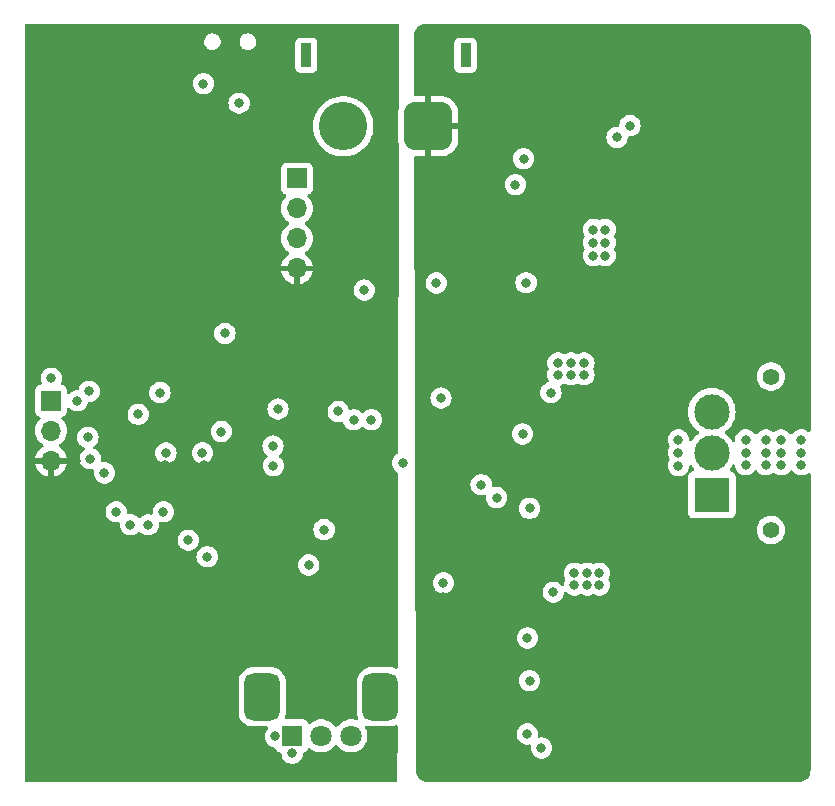
<source format=gbr>
%TF.GenerationSoftware,KiCad,Pcbnew,7.0.7*%
%TF.CreationDate,2024-09-12T14:34:45-05:00*%
%TF.ProjectId,ESC,4553432e-6b69-4636-9164-5f7063625858,rev?*%
%TF.SameCoordinates,Original*%
%TF.FileFunction,Copper,L3,Inr*%
%TF.FilePolarity,Positive*%
%FSLAX46Y46*%
G04 Gerber Fmt 4.6, Leading zero omitted, Abs format (unit mm)*
G04 Created by KiCad (PCBNEW 7.0.7) date 2024-09-12 14:34:45*
%MOMM*%
%LPD*%
G01*
G04 APERTURE LIST*
G04 Aperture macros list*
%AMRoundRect*
0 Rectangle with rounded corners*
0 $1 Rounding radius*
0 $2 $3 $4 $5 $6 $7 $8 $9 X,Y pos of 4 corners*
0 Add a 4 corners polygon primitive as box body*
4,1,4,$2,$3,$4,$5,$6,$7,$8,$9,$2,$3,0*
0 Add four circle primitives for the rounded corners*
1,1,$1+$1,$2,$3*
1,1,$1+$1,$4,$5*
1,1,$1+$1,$6,$7*
1,1,$1+$1,$8,$9*
0 Add four rect primitives between the rounded corners*
20,1,$1+$1,$2,$3,$4,$5,0*
20,1,$1+$1,$4,$5,$6,$7,0*
20,1,$1+$1,$6,$7,$8,$9,0*
20,1,$1+$1,$8,$9,$2,$3,0*%
G04 Aperture macros list end*
%TA.AperFunction,ComponentPad*%
%ADD10R,0.900000X2.000000*%
%TD*%
%TA.AperFunction,ComponentPad*%
%ADD11RoundRect,1.025000X-1.025000X-1.025000X1.025000X-1.025000X1.025000X1.025000X-1.025000X1.025000X0*%
%TD*%
%TA.AperFunction,ComponentPad*%
%ADD12C,4.100000*%
%TD*%
%TA.AperFunction,ComponentPad*%
%ADD13R,1.700000X1.700000*%
%TD*%
%TA.AperFunction,ComponentPad*%
%ADD14O,1.700000X1.700000*%
%TD*%
%TA.AperFunction,ComponentPad*%
%ADD15C,1.400000*%
%TD*%
%TA.AperFunction,ComponentPad*%
%ADD16R,3.000000X3.000000*%
%TD*%
%TA.AperFunction,ComponentPad*%
%ADD17C,3.000000*%
%TD*%
%TA.AperFunction,ComponentPad*%
%ADD18R,1.800000X1.800000*%
%TD*%
%TA.AperFunction,ComponentPad*%
%ADD19C,1.800000*%
%TD*%
%TA.AperFunction,ComponentPad*%
%ADD20RoundRect,0.750000X-0.750000X1.250000X-0.750000X-1.250000X0.750000X-1.250000X0.750000X1.250000X0*%
%TD*%
%TA.AperFunction,ViaPad*%
%ADD21C,0.800000*%
%TD*%
G04 APERTURE END LIST*
D10*
%TO.N,*%
%TO.C,J1*%
X198075600Y-70550800D03*
X211575600Y-70550800D03*
D11*
%TO.N,VCC*%
X208425600Y-76550800D03*
D12*
%TO.N,GND*%
X201225600Y-76550800D03*
%TD*%
D13*
%TO.N,GND*%
%TO.C,J4*%
X197307200Y-80975200D03*
D14*
%TO.N,SWCLK*%
X197307200Y-83515200D03*
%TO.N,SWDIO*%
X197307200Y-86055200D03*
%TO.N,+3.3V*%
X197307200Y-88595200D03*
%TD*%
D15*
%TO.N,*%
%TO.C,J2*%
X237435000Y-97741600D03*
X237435000Y-110741600D03*
D16*
%TO.N,/MosFet TIM_1/TIM1_O3*%
X232435000Y-107741600D03*
D17*
%TO.N,/MosFet TIM_1/TIM1_O1*%
X232435000Y-104241600D03*
%TO.N,/MosFet TIM_1/TIM1_O2*%
X232435000Y-100741600D03*
%TD*%
D18*
%TO.N,GND*%
%TO.C,RV1*%
X196864200Y-128165600D03*
D19*
%TO.N,/ADC1_IN4*%
X199364200Y-128165600D03*
%TO.N,Net-(R9-Pad2)*%
X201864200Y-128165600D03*
D20*
%TO.N,N/C*%
X194364200Y-124865600D03*
X204364200Y-124865600D03*
%TD*%
D13*
%TO.N,GND*%
%TO.C,J5*%
X176479200Y-99786200D03*
D14*
%TO.N,TIM9_CH2_input*%
X176479200Y-102326200D03*
%TO.N,+3.3V*%
X176479200Y-104866200D03*
%TD*%
D21*
%TO.N,+3.3V*%
X202900000Y-84000000D03*
X188800000Y-97000000D03*
X183200000Y-106100000D03*
X189400000Y-105200000D03*
X189972298Y-107000000D03*
X186100000Y-105200000D03*
X203600000Y-97300000D03*
X191400000Y-113100000D03*
X201879200Y-118567200D03*
X186000000Y-107400000D03*
X201800000Y-80800000D03*
X193852800Y-73152000D03*
X182000000Y-107400000D03*
X184700000Y-105900000D03*
X199600000Y-109000000D03*
X192600000Y-112300000D03*
X176500000Y-107200000D03*
X189200000Y-99200000D03*
X187400000Y-96800000D03*
X205100000Y-90700000D03*
X189500000Y-94200000D03*
X178600000Y-104900000D03*
%TO.N,GND*%
X196900800Y-129641600D03*
X200800000Y-100700000D03*
X178700000Y-99800000D03*
X216814400Y-119888000D03*
X221900000Y-115400000D03*
X222900000Y-114400000D03*
X184700000Y-110300000D03*
X214200000Y-108000000D03*
X221600000Y-96600000D03*
X185700000Y-99100000D03*
X222400000Y-86400000D03*
X209092800Y-89814400D03*
X216700000Y-89800000D03*
X220800000Y-114400000D03*
X209702400Y-115214400D03*
X202100000Y-101400000D03*
X182000000Y-109200000D03*
X223400000Y-87500000D03*
X195300000Y-105300000D03*
X183200000Y-110300000D03*
X203600000Y-101400000D03*
X186000000Y-109200000D03*
X179600000Y-102900000D03*
X179700000Y-99000000D03*
X183861201Y-100938799D03*
X223400000Y-86400000D03*
X189382400Y-72948800D03*
X223400000Y-85300000D03*
X188100000Y-111600000D03*
X179800000Y-104700000D03*
X202996800Y-90424000D03*
X220500000Y-96600000D03*
X181000000Y-105900000D03*
X212900000Y-106900000D03*
X224400000Y-77500000D03*
X216408000Y-102616000D03*
X195478400Y-128219200D03*
X198300000Y-113700000D03*
X219400000Y-96600000D03*
X219400000Y-97600000D03*
X222400000Y-85300000D03*
X209499200Y-99568000D03*
X222400000Y-87500000D03*
X186210377Y-104206611D03*
X220500000Y-97600000D03*
X199600000Y-110700000D03*
X191200000Y-94100000D03*
X176500000Y-97900000D03*
X221900000Y-114400000D03*
X216800000Y-128000000D03*
X225500000Y-76500000D03*
X222900000Y-115400000D03*
X220800000Y-115400000D03*
X189289623Y-104206611D03*
X195700000Y-100500000D03*
X218000000Y-129200000D03*
X189700000Y-113000000D03*
X221600000Y-97600000D03*
%TO.N,VCC*%
X210000000Y-108000000D03*
X231700000Y-126900000D03*
X225000000Y-85000000D03*
X209600000Y-101300000D03*
X225300000Y-114000000D03*
X221000000Y-128100000D03*
X226500000Y-112900000D03*
X210500000Y-89700000D03*
X226200000Y-85000000D03*
X231700000Y-129200000D03*
X231700000Y-128000000D03*
X230600000Y-126900000D03*
X227600000Y-114000000D03*
X226200000Y-86100000D03*
X230600000Y-128000000D03*
X230600000Y-125700000D03*
X228500000Y-86100000D03*
X230600000Y-129200000D03*
X209600000Y-113400000D03*
X219700000Y-129100000D03*
X209700000Y-116400000D03*
X228500000Y-85000000D03*
X227300000Y-86100000D03*
X209100000Y-85600000D03*
X225300000Y-112900000D03*
X211900000Y-89700000D03*
X228800000Y-114000000D03*
X227300000Y-85000000D03*
X209500000Y-97400000D03*
X228800000Y-112900000D03*
X231700000Y-125700000D03*
X227600000Y-112900000D03*
X225000000Y-86100000D03*
X226500000Y-114000000D03*
%TO.N,/MosFet TIM_1/TIM1_O1*%
X237000000Y-105200000D03*
X240000000Y-104200000D03*
X235300000Y-104200000D03*
X240000000Y-105200000D03*
X237000000Y-104200000D03*
X240000000Y-103100000D03*
X238300000Y-104200000D03*
X235300000Y-103100000D03*
X237000000Y-103100000D03*
X229600000Y-104200000D03*
X238300000Y-103100000D03*
X229600000Y-105300000D03*
X229600000Y-103100000D03*
X235300000Y-105200000D03*
X238300000Y-105200000D03*
%TO.N,/MosFet TIM_1/TIM1_O2*%
X215800000Y-81500000D03*
X216500000Y-79300000D03*
%TO.N,TIM1_CH1N*%
X206248000Y-105054400D03*
X195275200Y-103632000D03*
%TO.N,Net-(Q3-G)*%
X218800000Y-99100000D03*
X217000000Y-108900000D03*
%TO.N,Net-(Q5-G)*%
X217000000Y-123500000D03*
X219000000Y-116000000D03*
%TO.N,Net-(SW1-B)*%
X192400000Y-74600000D03*
%TO.N,Net-(SW2-B)*%
X190900000Y-102400000D03*
%TD*%
%TA.AperFunction,Conductor*%
%TO.N,+3.3V*%
G36*
X205922069Y-67888985D02*
G01*
X205967824Y-67941789D01*
X205979029Y-67993636D01*
X205977084Y-68707659D01*
X205959943Y-74995845D01*
X205950978Y-75041799D01*
X205939436Y-75070479D01*
X205939435Y-75070483D01*
X205885319Y-75310763D01*
X205885318Y-75310770D01*
X205875100Y-75455505D01*
X205875101Y-77646093D01*
X205885318Y-77790827D01*
X205885319Y-77790835D01*
X205939434Y-78031111D01*
X205939436Y-78031120D01*
X205942557Y-78038874D01*
X205951522Y-78085504D01*
X205880473Y-104152125D01*
X205860605Y-104219111D01*
X205807677Y-104264721D01*
X205806912Y-104265065D01*
X205795268Y-104270249D01*
X205642129Y-104381511D01*
X205515466Y-104522185D01*
X205420821Y-104686115D01*
X205420818Y-104686122D01*
X205362327Y-104866140D01*
X205362326Y-104866144D01*
X205342540Y-105054400D01*
X205362326Y-105242656D01*
X205362327Y-105242659D01*
X205420818Y-105422677D01*
X205420821Y-105422684D01*
X205515467Y-105586616D01*
X205628133Y-105711744D01*
X205642129Y-105727288D01*
X205795265Y-105838548D01*
X205795272Y-105838552D01*
X205801996Y-105841546D01*
X205855232Y-105886797D01*
X205875552Y-105953647D01*
X205875558Y-105955162D01*
X205830802Y-122375464D01*
X205810934Y-122442450D01*
X205758006Y-122488060D01*
X205688820Y-122497815D01*
X205655521Y-122488025D01*
X205528881Y-122430503D01*
X205528878Y-122430502D01*
X205310620Y-122375505D01*
X205310613Y-122375504D01*
X205178419Y-122365100D01*
X205178417Y-122365100D01*
X204357632Y-122365100D01*
X203549982Y-122365101D01*
X203417786Y-122375504D01*
X203417779Y-122375505D01*
X203199521Y-122430502D01*
X203199518Y-122430503D01*
X202994577Y-122523591D01*
X202994567Y-122523597D01*
X202809554Y-122651774D01*
X202809542Y-122651784D01*
X202650384Y-122810942D01*
X202650374Y-122810954D01*
X202522197Y-122995967D01*
X202522191Y-122995977D01*
X202429103Y-123200918D01*
X202429102Y-123200921D01*
X202374105Y-123419179D01*
X202374104Y-123419186D01*
X202363700Y-123551381D01*
X202363701Y-126179818D01*
X202374104Y-126312013D01*
X202374105Y-126312020D01*
X202429101Y-126530275D01*
X202429103Y-126530279D01*
X202429104Y-126530283D01*
X202471424Y-126623453D01*
X202497649Y-126681190D01*
X202507450Y-126750369D01*
X202478296Y-126813865D01*
X202419440Y-126851519D01*
X202349571Y-126851376D01*
X202344486Y-126849752D01*
X202209184Y-126803302D01*
X202018650Y-126771508D01*
X201980249Y-126765100D01*
X201748151Y-126765100D01*
X201709750Y-126771508D01*
X201519215Y-126803302D01*
X201299704Y-126878661D01*
X201299695Y-126878664D01*
X201095571Y-126989131D01*
X201095565Y-126989135D01*
X200912422Y-127131681D01*
X200912419Y-127131684D01*
X200912416Y-127131686D01*
X200912416Y-127131687D01*
X200764700Y-127292151D01*
X200755215Y-127302454D01*
X200718008Y-127359404D01*
X200664862Y-127404761D01*
X200595630Y-127414184D01*
X200532295Y-127384682D01*
X200510392Y-127359404D01*
X200473184Y-127302454D01*
X200473182Y-127302452D01*
X200473179Y-127302447D01*
X200315984Y-127131687D01*
X200315979Y-127131683D01*
X200315977Y-127131681D01*
X200132834Y-126989135D01*
X200132828Y-126989131D01*
X199928704Y-126878664D01*
X199928695Y-126878661D01*
X199709184Y-126803302D01*
X199518650Y-126771508D01*
X199480249Y-126765100D01*
X199248151Y-126765100D01*
X199209750Y-126771508D01*
X199019215Y-126803302D01*
X198799704Y-126878661D01*
X198799695Y-126878664D01*
X198595572Y-126989131D01*
X198418636Y-127126845D01*
X198353642Y-127152487D01*
X198285102Y-127138920D01*
X198234777Y-127090452D01*
X198226292Y-127072323D01*
X198207998Y-127023273D01*
X198207993Y-127023264D01*
X198121747Y-126908055D01*
X198121744Y-126908052D01*
X198006535Y-126821806D01*
X198006528Y-126821802D01*
X197871682Y-126771508D01*
X197871683Y-126771508D01*
X197812083Y-126765101D01*
X197812081Y-126765100D01*
X197812073Y-126765100D01*
X197812065Y-126765100D01*
X196385153Y-126765100D01*
X196318114Y-126745415D01*
X196272359Y-126692611D01*
X196262415Y-126623453D01*
X196272251Y-126589822D01*
X196299296Y-126530283D01*
X196354296Y-126312012D01*
X196364700Y-126179817D01*
X196364699Y-123551384D01*
X196354296Y-123419188D01*
X196299296Y-123200917D01*
X196206207Y-122995974D01*
X196078019Y-122810946D01*
X195918854Y-122651781D01*
X195918850Y-122651778D01*
X195918845Y-122651774D01*
X195733832Y-122523597D01*
X195733830Y-122523595D01*
X195733826Y-122523593D01*
X195655597Y-122488060D01*
X195528881Y-122430503D01*
X195528878Y-122430502D01*
X195310620Y-122375505D01*
X195310613Y-122375504D01*
X195178419Y-122365100D01*
X195178417Y-122365100D01*
X194363392Y-122365100D01*
X193549982Y-122365101D01*
X193417786Y-122375504D01*
X193417779Y-122375505D01*
X193199521Y-122430502D01*
X193199518Y-122430503D01*
X192994577Y-122523591D01*
X192994567Y-122523597D01*
X192809554Y-122651774D01*
X192809542Y-122651784D01*
X192650384Y-122810942D01*
X192650374Y-122810954D01*
X192522197Y-122995967D01*
X192522191Y-122995977D01*
X192429103Y-123200918D01*
X192429102Y-123200921D01*
X192374105Y-123419179D01*
X192374104Y-123419186D01*
X192363700Y-123551381D01*
X192363701Y-126179818D01*
X192374104Y-126312013D01*
X192374105Y-126312020D01*
X192429102Y-126530278D01*
X192429103Y-126530281D01*
X192522191Y-126735222D01*
X192522197Y-126735232D01*
X192650374Y-126920245D01*
X192650378Y-126920250D01*
X192650381Y-126920254D01*
X192809546Y-127079419D01*
X192809550Y-127079422D01*
X192809554Y-127079425D01*
X192948803Y-127175897D01*
X192994574Y-127207607D01*
X193199517Y-127300696D01*
X193199521Y-127300697D01*
X193417779Y-127355694D01*
X193417781Y-127355694D01*
X193417788Y-127355696D01*
X193529172Y-127364462D01*
X193549981Y-127366100D01*
X193549982Y-127366099D01*
X193549983Y-127366100D01*
X194756284Y-127366099D01*
X194823323Y-127385784D01*
X194869078Y-127438587D01*
X194879022Y-127507746D01*
X194849997Y-127571302D01*
X194848434Y-127573071D01*
X194745866Y-127686984D01*
X194651221Y-127850915D01*
X194651218Y-127850922D01*
X194592727Y-128030940D01*
X194592726Y-128030944D01*
X194572940Y-128219200D01*
X194592726Y-128407456D01*
X194592727Y-128407459D01*
X194651218Y-128587477D01*
X194651221Y-128587484D01*
X194745867Y-128751416D01*
X194872529Y-128892088D01*
X195025665Y-129003348D01*
X195025670Y-129003351D01*
X195198592Y-129080342D01*
X195198593Y-129080342D01*
X195198597Y-129080344D01*
X195383754Y-129119700D01*
X195383756Y-129119700D01*
X195389312Y-129120881D01*
X195450794Y-129154073D01*
X195479714Y-129198837D01*
X195520403Y-129307930D01*
X195520406Y-129307935D01*
X195606652Y-129423144D01*
X195606655Y-129423147D01*
X195721864Y-129509393D01*
X195721871Y-129509397D01*
X195721874Y-129509398D01*
X195856717Y-129559691D01*
X195888623Y-129563121D01*
X195953172Y-129589858D01*
X195993020Y-129647250D01*
X195998687Y-129673448D01*
X196015126Y-129829856D01*
X196015127Y-129829859D01*
X196073618Y-130009877D01*
X196073621Y-130009884D01*
X196168267Y-130173816D01*
X196294929Y-130314488D01*
X196448065Y-130425748D01*
X196448070Y-130425751D01*
X196620992Y-130502742D01*
X196620997Y-130502744D01*
X196806154Y-130542100D01*
X196806155Y-130542100D01*
X196995444Y-130542100D01*
X196995446Y-130542100D01*
X197180603Y-130502744D01*
X197353530Y-130425751D01*
X197506671Y-130314488D01*
X197633333Y-130173816D01*
X197727979Y-130009884D01*
X197786474Y-129829856D01*
X197804523Y-129658123D01*
X197831106Y-129593512D01*
X197884509Y-129554906D01*
X198006531Y-129509396D01*
X198121746Y-129423146D01*
X198207996Y-129307931D01*
X198226292Y-129258874D01*
X198268161Y-129202942D01*
X198333625Y-129178524D01*
X198401899Y-129193375D01*
X198418636Y-129204355D01*
X198595565Y-129342064D01*
X198595571Y-129342068D01*
X198595574Y-129342070D01*
X198799697Y-129452536D01*
X198913687Y-129491668D01*
X199019215Y-129527897D01*
X199019217Y-129527897D01*
X199019219Y-129527898D01*
X199248151Y-129566100D01*
X199248152Y-129566100D01*
X199480248Y-129566100D01*
X199480249Y-129566100D01*
X199709181Y-129527898D01*
X199928703Y-129452536D01*
X200132826Y-129342070D01*
X200315984Y-129199513D01*
X200473179Y-129028753D01*
X200510390Y-128971796D01*
X200563537Y-128926439D01*
X200632769Y-128917015D01*
X200696104Y-128946517D01*
X200718009Y-128971796D01*
X200755216Y-129028747D01*
X200755219Y-129028751D01*
X200755221Y-129028753D01*
X200912416Y-129199513D01*
X200912419Y-129199515D01*
X200912422Y-129199518D01*
X201095565Y-129342064D01*
X201095571Y-129342068D01*
X201095574Y-129342070D01*
X201299697Y-129452536D01*
X201413687Y-129491668D01*
X201519215Y-129527897D01*
X201519217Y-129527897D01*
X201519219Y-129527898D01*
X201748151Y-129566100D01*
X201748152Y-129566100D01*
X201980248Y-129566100D01*
X201980249Y-129566100D01*
X202209181Y-129527898D01*
X202428703Y-129452536D01*
X202632826Y-129342070D01*
X202815984Y-129199513D01*
X202973179Y-129028753D01*
X203100124Y-128834449D01*
X203193357Y-128621900D01*
X203250334Y-128396905D01*
X203269500Y-128165600D01*
X203269500Y-128165593D01*
X203250335Y-127934302D01*
X203250333Y-127934291D01*
X203193357Y-127709299D01*
X203100122Y-127496746D01*
X203097684Y-127492241D01*
X203098885Y-127491590D01*
X203080527Y-127430770D01*
X203099704Y-127363584D01*
X203152161Y-127317431D01*
X203221242Y-127306965D01*
X203234819Y-127309591D01*
X203417788Y-127355696D01*
X203529172Y-127364462D01*
X203549981Y-127366100D01*
X203549982Y-127366099D01*
X203549983Y-127366100D01*
X204357632Y-127366099D01*
X205178418Y-127366099D01*
X205197705Y-127364580D01*
X205310612Y-127355696D01*
X205528883Y-127300696D01*
X205641930Y-127249347D01*
X205711107Y-127239545D01*
X205774604Y-127268700D01*
X205812258Y-127327555D01*
X205817210Y-127362585D01*
X205804690Y-131955838D01*
X205784822Y-132022824D01*
X205731894Y-132068434D01*
X205680690Y-132079500D01*
X174368500Y-132079500D01*
X174301461Y-132059815D01*
X174255706Y-132007011D01*
X174244500Y-131955500D01*
X174244500Y-113000000D01*
X188794540Y-113000000D01*
X188814326Y-113188256D01*
X188814327Y-113188259D01*
X188872818Y-113368277D01*
X188872821Y-113368284D01*
X188967467Y-113532216D01*
X189094129Y-113672888D01*
X189247265Y-113784148D01*
X189247270Y-113784151D01*
X189420192Y-113861142D01*
X189420197Y-113861144D01*
X189605354Y-113900500D01*
X189605355Y-113900500D01*
X189794644Y-113900500D01*
X189794646Y-113900500D01*
X189979803Y-113861144D01*
X190152730Y-113784151D01*
X190268554Y-113700000D01*
X197394540Y-113700000D01*
X197414326Y-113888256D01*
X197414327Y-113888259D01*
X197472818Y-114068277D01*
X197472821Y-114068284D01*
X197567467Y-114232216D01*
X197694128Y-114372887D01*
X197694129Y-114372888D01*
X197847265Y-114484148D01*
X197847270Y-114484151D01*
X198020192Y-114561142D01*
X198020197Y-114561144D01*
X198205354Y-114600500D01*
X198205355Y-114600500D01*
X198394644Y-114600500D01*
X198394646Y-114600500D01*
X198579803Y-114561144D01*
X198752730Y-114484151D01*
X198905871Y-114372888D01*
X199032533Y-114232216D01*
X199127179Y-114068284D01*
X199185674Y-113888256D01*
X199205460Y-113700000D01*
X199185674Y-113511744D01*
X199127179Y-113331716D01*
X199032533Y-113167784D01*
X198905871Y-113027112D01*
X198905870Y-113027111D01*
X198752734Y-112915851D01*
X198752729Y-112915848D01*
X198579807Y-112838857D01*
X198579802Y-112838855D01*
X198434000Y-112807865D01*
X198394646Y-112799500D01*
X198205354Y-112799500D01*
X198172897Y-112806398D01*
X198020197Y-112838855D01*
X198020192Y-112838857D01*
X197847270Y-112915848D01*
X197847265Y-112915851D01*
X197694129Y-113027111D01*
X197567466Y-113167785D01*
X197472821Y-113331715D01*
X197472818Y-113331722D01*
X197414327Y-113511740D01*
X197414326Y-113511744D01*
X197394540Y-113700000D01*
X190268554Y-113700000D01*
X190305871Y-113672888D01*
X190432533Y-113532216D01*
X190527179Y-113368284D01*
X190585674Y-113188256D01*
X190605460Y-113000000D01*
X190585674Y-112811744D01*
X190527179Y-112631716D01*
X190432533Y-112467784D01*
X190305871Y-112327112D01*
X190305870Y-112327111D01*
X190152734Y-112215851D01*
X190152729Y-112215848D01*
X189979807Y-112138857D01*
X189979802Y-112138855D01*
X189834000Y-112107865D01*
X189794646Y-112099500D01*
X189605354Y-112099500D01*
X189572897Y-112106398D01*
X189420197Y-112138855D01*
X189420192Y-112138857D01*
X189247270Y-112215848D01*
X189247265Y-112215851D01*
X189094129Y-112327111D01*
X188967466Y-112467785D01*
X188872821Y-112631715D01*
X188872818Y-112631722D01*
X188818304Y-112799500D01*
X188814326Y-112811744D01*
X188794540Y-113000000D01*
X174244500Y-113000000D01*
X174244500Y-111600000D01*
X187194540Y-111600000D01*
X187214326Y-111788256D01*
X187214327Y-111788259D01*
X187272818Y-111968277D01*
X187272821Y-111968284D01*
X187367467Y-112132216D01*
X187373446Y-112138856D01*
X187494129Y-112272888D01*
X187647265Y-112384148D01*
X187647270Y-112384151D01*
X187820192Y-112461142D01*
X187820197Y-112461144D01*
X188005354Y-112500500D01*
X188005355Y-112500500D01*
X188194644Y-112500500D01*
X188194646Y-112500500D01*
X188379803Y-112461144D01*
X188552730Y-112384151D01*
X188705871Y-112272888D01*
X188832533Y-112132216D01*
X188927179Y-111968284D01*
X188985674Y-111788256D01*
X189005460Y-111600000D01*
X188985674Y-111411744D01*
X188931112Y-111243823D01*
X188927181Y-111231722D01*
X188927180Y-111231721D01*
X188927179Y-111231716D01*
X188832533Y-111067784D01*
X188705871Y-110927112D01*
X188705870Y-110927111D01*
X188552734Y-110815851D01*
X188552729Y-110815848D01*
X188379807Y-110738857D01*
X188379802Y-110738855D01*
X188234000Y-110707865D01*
X188196998Y-110700000D01*
X198694540Y-110700000D01*
X198714326Y-110888256D01*
X198714327Y-110888259D01*
X198772818Y-111068277D01*
X198772821Y-111068284D01*
X198867467Y-111232216D01*
X198994129Y-111372887D01*
X198994129Y-111372888D01*
X199147265Y-111484148D01*
X199147270Y-111484151D01*
X199320192Y-111561142D01*
X199320197Y-111561144D01*
X199505354Y-111600500D01*
X199505355Y-111600500D01*
X199694644Y-111600500D01*
X199694646Y-111600500D01*
X199879803Y-111561144D01*
X200052730Y-111484151D01*
X200205871Y-111372888D01*
X200332533Y-111232216D01*
X200427179Y-111068284D01*
X200485674Y-110888256D01*
X200505460Y-110700000D01*
X200485674Y-110511744D01*
X200427179Y-110331716D01*
X200332533Y-110167784D01*
X200205871Y-110027112D01*
X200205870Y-110027111D01*
X200052734Y-109915851D01*
X200052729Y-109915848D01*
X199879807Y-109838857D01*
X199879802Y-109838855D01*
X199734001Y-109807865D01*
X199694646Y-109799500D01*
X199505354Y-109799500D01*
X199472897Y-109806398D01*
X199320197Y-109838855D01*
X199320192Y-109838857D01*
X199147270Y-109915848D01*
X199147265Y-109915851D01*
X198994129Y-110027111D01*
X198867466Y-110167785D01*
X198772821Y-110331715D01*
X198772818Y-110331722D01*
X198714327Y-110511740D01*
X198714326Y-110511744D01*
X198697874Y-110668277D01*
X198694593Y-110699500D01*
X198694540Y-110700000D01*
X188196998Y-110700000D01*
X188194646Y-110699500D01*
X188005354Y-110699500D01*
X187972897Y-110706398D01*
X187820197Y-110738855D01*
X187820192Y-110738857D01*
X187647270Y-110815848D01*
X187647265Y-110815851D01*
X187494129Y-110927111D01*
X187367466Y-111067785D01*
X187272821Y-111231715D01*
X187272818Y-111231722D01*
X187226951Y-111372888D01*
X187214326Y-111411744D01*
X187194540Y-111600000D01*
X174244500Y-111600000D01*
X174244500Y-109200000D01*
X181094540Y-109200000D01*
X181114326Y-109388256D01*
X181114327Y-109388259D01*
X181172818Y-109568277D01*
X181172821Y-109568284D01*
X181267467Y-109732216D01*
X181363487Y-109838857D01*
X181394129Y-109872888D01*
X181547265Y-109984148D01*
X181547270Y-109984151D01*
X181720192Y-110061142D01*
X181720197Y-110061144D01*
X181905354Y-110100500D01*
X181905355Y-110100500D01*
X182094644Y-110100500D01*
X182094646Y-110100500D01*
X182153613Y-110087966D01*
X182223280Y-110093282D01*
X182279014Y-110135419D01*
X182303119Y-110200999D01*
X182302715Y-110222217D01*
X182294540Y-110300000D01*
X182314326Y-110488256D01*
X182314327Y-110488259D01*
X182372818Y-110668277D01*
X182372821Y-110668284D01*
X182467467Y-110832216D01*
X182552911Y-110927111D01*
X182594129Y-110972888D01*
X182747265Y-111084148D01*
X182747270Y-111084151D01*
X182920192Y-111161142D01*
X182920197Y-111161144D01*
X183105354Y-111200500D01*
X183105355Y-111200500D01*
X183294644Y-111200500D01*
X183294646Y-111200500D01*
X183479803Y-111161144D01*
X183652730Y-111084151D01*
X183805871Y-110972888D01*
X183857851Y-110915157D01*
X183917334Y-110878511D01*
X183987191Y-110879840D01*
X184042147Y-110915157D01*
X184094129Y-110972888D01*
X184094132Y-110972890D01*
X184247265Y-111084148D01*
X184247270Y-111084151D01*
X184420192Y-111161142D01*
X184420197Y-111161144D01*
X184605354Y-111200500D01*
X184605355Y-111200500D01*
X184794644Y-111200500D01*
X184794646Y-111200500D01*
X184979803Y-111161144D01*
X185152730Y-111084151D01*
X185305871Y-110972888D01*
X185432533Y-110832216D01*
X185527179Y-110668284D01*
X185585674Y-110488256D01*
X185605460Y-110300000D01*
X185594999Y-110200473D01*
X185607568Y-110131747D01*
X185655300Y-110080723D01*
X185723040Y-110063605D01*
X185744102Y-110066225D01*
X185905354Y-110100500D01*
X185905355Y-110100500D01*
X186094644Y-110100500D01*
X186094646Y-110100500D01*
X186279803Y-110061144D01*
X186452730Y-109984151D01*
X186605871Y-109872888D01*
X186732533Y-109732216D01*
X186827179Y-109568284D01*
X186885674Y-109388256D01*
X186905460Y-109200000D01*
X186885674Y-109011744D01*
X186827179Y-108831716D01*
X186732533Y-108667784D01*
X186605871Y-108527112D01*
X186605870Y-108527111D01*
X186452734Y-108415851D01*
X186452729Y-108415848D01*
X186279807Y-108338857D01*
X186279802Y-108338855D01*
X186134001Y-108307865D01*
X186094646Y-108299500D01*
X185905354Y-108299500D01*
X185872897Y-108306398D01*
X185720197Y-108338855D01*
X185720192Y-108338857D01*
X185547270Y-108415848D01*
X185547265Y-108415851D01*
X185394129Y-108527111D01*
X185267466Y-108667785D01*
X185172821Y-108831715D01*
X185172818Y-108831722D01*
X185114327Y-109011740D01*
X185114326Y-109011744D01*
X185094539Y-109199999D01*
X185094540Y-109200000D01*
X185105000Y-109299523D01*
X185092430Y-109368253D01*
X185044698Y-109419276D01*
X184976958Y-109436394D01*
X184955899Y-109433775D01*
X184943149Y-109431065D01*
X184794646Y-109399500D01*
X184605354Y-109399500D01*
X184572897Y-109406398D01*
X184420197Y-109438855D01*
X184420192Y-109438857D01*
X184247270Y-109515848D01*
X184247265Y-109515851D01*
X184094129Y-109627111D01*
X184094128Y-109627112D01*
X184042148Y-109684841D01*
X183982661Y-109721489D01*
X183912804Y-109720158D01*
X183857850Y-109684841D01*
X183805871Y-109627112D01*
X183805870Y-109627111D01*
X183652734Y-109515851D01*
X183652729Y-109515848D01*
X183479807Y-109438857D01*
X183479802Y-109438855D01*
X183328595Y-109406716D01*
X183294646Y-109399500D01*
X183105354Y-109399500D01*
X183071405Y-109406716D01*
X183046384Y-109412034D01*
X182976717Y-109406716D01*
X182920984Y-109364578D01*
X182896880Y-109298998D01*
X182897283Y-109277793D01*
X182905460Y-109200000D01*
X182885674Y-109011744D01*
X182827179Y-108831716D01*
X182732533Y-108667784D01*
X182605871Y-108527112D01*
X182605870Y-108527111D01*
X182452734Y-108415851D01*
X182452729Y-108415848D01*
X182279807Y-108338857D01*
X182279802Y-108338855D01*
X182134001Y-108307865D01*
X182094646Y-108299500D01*
X181905354Y-108299500D01*
X181872897Y-108306398D01*
X181720197Y-108338855D01*
X181720192Y-108338857D01*
X181547270Y-108415848D01*
X181547265Y-108415851D01*
X181394129Y-108527111D01*
X181267466Y-108667785D01*
X181172821Y-108831715D01*
X181172818Y-108831722D01*
X181114327Y-109011740D01*
X181114326Y-109011744D01*
X181094540Y-109200000D01*
X174244500Y-109200000D01*
X174244500Y-102326200D01*
X175123541Y-102326200D01*
X175144136Y-102561603D01*
X175144138Y-102561613D01*
X175205294Y-102789855D01*
X175205296Y-102789859D01*
X175205297Y-102789863D01*
X175284219Y-102959111D01*
X175305165Y-103004030D01*
X175305167Y-103004034D01*
X175440701Y-103197595D01*
X175440706Y-103197602D01*
X175607797Y-103364693D01*
X175607803Y-103364698D01*
X175793794Y-103494930D01*
X175837419Y-103549507D01*
X175844613Y-103619005D01*
X175813090Y-103681360D01*
X175793795Y-103698080D01*
X175608122Y-103828090D01*
X175608120Y-103828091D01*
X175441091Y-103995120D01*
X175441086Y-103995126D01*
X175305600Y-104188620D01*
X175305599Y-104188622D01*
X175205770Y-104402707D01*
X175205767Y-104402713D01*
X175148564Y-104616199D01*
X175148564Y-104616200D01*
X175865853Y-104616200D01*
X175932892Y-104635885D01*
X175978647Y-104688689D01*
X175988591Y-104757847D01*
X175984831Y-104775133D01*
X175979200Y-104794311D01*
X175979200Y-104938088D01*
X175984831Y-104957267D01*
X175984830Y-105027136D01*
X175947055Y-105085914D01*
X175883499Y-105114938D01*
X175865853Y-105116200D01*
X175148564Y-105116200D01*
X175205767Y-105329686D01*
X175205770Y-105329692D01*
X175305599Y-105543778D01*
X175441094Y-105737282D01*
X175608117Y-105904305D01*
X175801621Y-106039800D01*
X176015707Y-106139629D01*
X176015716Y-106139633D01*
X176229200Y-106196834D01*
X176229200Y-105478501D01*
X176248885Y-105411462D01*
X176301689Y-105365707D01*
X176370847Y-105355763D01*
X176443437Y-105366200D01*
X176443438Y-105366200D01*
X176514962Y-105366200D01*
X176514963Y-105366200D01*
X176587552Y-105355763D01*
X176656710Y-105365707D01*
X176709514Y-105411461D01*
X176729199Y-105478501D01*
X176729199Y-106196834D01*
X176942683Y-106139633D01*
X176942692Y-106139629D01*
X177156778Y-106039800D01*
X177350282Y-105904305D01*
X177517305Y-105737282D01*
X177652800Y-105543778D01*
X177752629Y-105329692D01*
X177752632Y-105329686D01*
X177809836Y-105116200D01*
X177092547Y-105116200D01*
X177025508Y-105096515D01*
X176979753Y-105043711D01*
X176969809Y-104974553D01*
X176973569Y-104957267D01*
X176979200Y-104938088D01*
X176979200Y-104794311D01*
X176973569Y-104775133D01*
X176973570Y-104705264D01*
X177011345Y-104646486D01*
X177074901Y-104617462D01*
X177092547Y-104616200D01*
X177809836Y-104616200D01*
X177809835Y-104616199D01*
X177752632Y-104402713D01*
X177752629Y-104402707D01*
X177652800Y-104188622D01*
X177652799Y-104188620D01*
X177517313Y-103995126D01*
X177517308Y-103995120D01*
X177350278Y-103828090D01*
X177164605Y-103698079D01*
X177120980Y-103643502D01*
X177113788Y-103574004D01*
X177145310Y-103511649D01*
X177164606Y-103494930D01*
X177254171Y-103432216D01*
X177350601Y-103364695D01*
X177517695Y-103197601D01*
X177653235Y-103004030D01*
X177701745Y-102900000D01*
X178694540Y-102900000D01*
X178714326Y-103088256D01*
X178714327Y-103088259D01*
X178772818Y-103268277D01*
X178772821Y-103268284D01*
X178867467Y-103432216D01*
X178928712Y-103500235D01*
X178994129Y-103572888D01*
X179147265Y-103684148D01*
X179147270Y-103684151D01*
X179272804Y-103740043D01*
X179326041Y-103785293D01*
X179346362Y-103852142D01*
X179327317Y-103919366D01*
X179295254Y-103953640D01*
X179194127Y-104027113D01*
X179067466Y-104167785D01*
X178972821Y-104331715D01*
X178972818Y-104331722D01*
X178917499Y-104501978D01*
X178914326Y-104511744D01*
X178894540Y-104700000D01*
X178914326Y-104888256D01*
X178914327Y-104888259D01*
X178972818Y-105068277D01*
X178972821Y-105068284D01*
X179067467Y-105232216D01*
X179155230Y-105329686D01*
X179194129Y-105372888D01*
X179347265Y-105484148D01*
X179347270Y-105484151D01*
X179520192Y-105561142D01*
X179520197Y-105561144D01*
X179705354Y-105600500D01*
X179705355Y-105600500D01*
X179894644Y-105600500D01*
X179894646Y-105600500D01*
X179964364Y-105585681D01*
X180034031Y-105590997D01*
X180089765Y-105633134D01*
X180113870Y-105698714D01*
X180113466Y-105719925D01*
X180094540Y-105900000D01*
X180114326Y-106088256D01*
X180114327Y-106088259D01*
X180172818Y-106268277D01*
X180172821Y-106268284D01*
X180267467Y-106432216D01*
X180394129Y-106572887D01*
X180394129Y-106572888D01*
X180547265Y-106684148D01*
X180547270Y-106684151D01*
X180720192Y-106761142D01*
X180720197Y-106761144D01*
X180905354Y-106800500D01*
X180905355Y-106800500D01*
X181094644Y-106800500D01*
X181094646Y-106800500D01*
X181279803Y-106761144D01*
X181452730Y-106684151D01*
X181605871Y-106572888D01*
X181732533Y-106432216D01*
X181827179Y-106268284D01*
X181885674Y-106088256D01*
X181905460Y-105900000D01*
X181885674Y-105711744D01*
X181827179Y-105531716D01*
X181732533Y-105367784D01*
X181605871Y-105227112D01*
X181605870Y-105227111D01*
X181452734Y-105115851D01*
X181452729Y-105115848D01*
X181279807Y-105038857D01*
X181279802Y-105038855D01*
X181134001Y-105007865D01*
X181094646Y-104999500D01*
X180905354Y-104999500D01*
X180905353Y-104999500D01*
X180835634Y-105014319D01*
X180765967Y-105009003D01*
X180710234Y-104966866D01*
X180686129Y-104901286D01*
X180686532Y-104880086D01*
X180705460Y-104700000D01*
X180685674Y-104511744D01*
X180627179Y-104331716D01*
X180554950Y-104206611D01*
X185304917Y-104206611D01*
X185324703Y-104394867D01*
X185324704Y-104394870D01*
X185383195Y-104574888D01*
X185383198Y-104574895D01*
X185477844Y-104738827D01*
X185592481Y-104866144D01*
X185604506Y-104879499D01*
X185757642Y-104990759D01*
X185757647Y-104990762D01*
X185930569Y-105067753D01*
X185930574Y-105067755D01*
X186115731Y-105107111D01*
X186115732Y-105107111D01*
X186305021Y-105107111D01*
X186305023Y-105107111D01*
X186490180Y-105067755D01*
X186663107Y-104990762D01*
X186816248Y-104879499D01*
X186942910Y-104738827D01*
X187037556Y-104574895D01*
X187096051Y-104394867D01*
X187115837Y-104206611D01*
X188384163Y-104206611D01*
X188403949Y-104394867D01*
X188403950Y-104394870D01*
X188462441Y-104574888D01*
X188462444Y-104574895D01*
X188557090Y-104738827D01*
X188671727Y-104866144D01*
X188683752Y-104879499D01*
X188836888Y-104990759D01*
X188836893Y-104990762D01*
X189009815Y-105067753D01*
X189009820Y-105067755D01*
X189194977Y-105107111D01*
X189194978Y-105107111D01*
X189384267Y-105107111D01*
X189384269Y-105107111D01*
X189569426Y-105067755D01*
X189742353Y-104990762D01*
X189895494Y-104879499D01*
X190022156Y-104738827D01*
X190116802Y-104574895D01*
X190175297Y-104394867D01*
X190195083Y-104206611D01*
X190175297Y-104018355D01*
X190116802Y-103838327D01*
X190022156Y-103674395D01*
X189983983Y-103632000D01*
X194369740Y-103632000D01*
X194389526Y-103820256D01*
X194389527Y-103820259D01*
X194448018Y-104000277D01*
X194448021Y-104000284D01*
X194542667Y-104164216D01*
X194669329Y-104304888D01*
X194753718Y-104366200D01*
X194765405Y-104374691D01*
X194808070Y-104430021D01*
X194814049Y-104499634D01*
X194781443Y-104561429D01*
X194765405Y-104575327D01*
X194694127Y-104627113D01*
X194567466Y-104767785D01*
X194472821Y-104931715D01*
X194472818Y-104931722D01*
X194419274Y-105096515D01*
X194414326Y-105111744D01*
X194394540Y-105300000D01*
X194414326Y-105488256D01*
X194414327Y-105488259D01*
X194472818Y-105668277D01*
X194472821Y-105668284D01*
X194567467Y-105832216D01*
X194678168Y-105955162D01*
X194694129Y-105972888D01*
X194847265Y-106084148D01*
X194847270Y-106084151D01*
X195020192Y-106161142D01*
X195020197Y-106161144D01*
X195205354Y-106200500D01*
X195205355Y-106200500D01*
X195394644Y-106200500D01*
X195394646Y-106200500D01*
X195579803Y-106161144D01*
X195752730Y-106084151D01*
X195905871Y-105972888D01*
X196032533Y-105832216D01*
X196127179Y-105668284D01*
X196185674Y-105488256D01*
X196205460Y-105300000D01*
X196185674Y-105111744D01*
X196127179Y-104931716D01*
X196032533Y-104767784D01*
X195905871Y-104627112D01*
X195809794Y-104557308D01*
X195767129Y-104501978D01*
X195761150Y-104432364D01*
X195793756Y-104370569D01*
X195809788Y-104356677D01*
X195881071Y-104304888D01*
X196007733Y-104164216D01*
X196102379Y-104000284D01*
X196160874Y-103820256D01*
X196180660Y-103632000D01*
X196160874Y-103443744D01*
X196102379Y-103263716D01*
X196007733Y-103099784D01*
X195881071Y-102959112D01*
X195844052Y-102932216D01*
X195727934Y-102847851D01*
X195727929Y-102847848D01*
X195555007Y-102770857D01*
X195555002Y-102770855D01*
X195409200Y-102739865D01*
X195369846Y-102731500D01*
X195180554Y-102731500D01*
X195148097Y-102738398D01*
X194995397Y-102770855D01*
X194995392Y-102770857D01*
X194822470Y-102847848D01*
X194822465Y-102847851D01*
X194669329Y-102959111D01*
X194542666Y-103099785D01*
X194448021Y-103263715D01*
X194448018Y-103263722D01*
X194389527Y-103443740D01*
X194389526Y-103443744D01*
X194369740Y-103632000D01*
X189983983Y-103632000D01*
X189895494Y-103533723D01*
X189842100Y-103494930D01*
X189742357Y-103422462D01*
X189742352Y-103422459D01*
X189569430Y-103345468D01*
X189569425Y-103345466D01*
X189423623Y-103314476D01*
X189384269Y-103306111D01*
X189194977Y-103306111D01*
X189162520Y-103313009D01*
X189009820Y-103345466D01*
X189009815Y-103345468D01*
X188836893Y-103422459D01*
X188836888Y-103422462D01*
X188683752Y-103533722D01*
X188557089Y-103674396D01*
X188462444Y-103838326D01*
X188462441Y-103838333D01*
X188403950Y-104018351D01*
X188403949Y-104018355D01*
X188384163Y-104206611D01*
X187115837Y-104206611D01*
X187096051Y-104018355D01*
X187037556Y-103838327D01*
X186942910Y-103674395D01*
X186816248Y-103533723D01*
X186762854Y-103494930D01*
X186663111Y-103422462D01*
X186663106Y-103422459D01*
X186490184Y-103345468D01*
X186490179Y-103345466D01*
X186344377Y-103314476D01*
X186305023Y-103306111D01*
X186115731Y-103306111D01*
X186083274Y-103313009D01*
X185930574Y-103345466D01*
X185930569Y-103345468D01*
X185757647Y-103422459D01*
X185757642Y-103422462D01*
X185604506Y-103533722D01*
X185477843Y-103674396D01*
X185383198Y-103838326D01*
X185383195Y-103838333D01*
X185324704Y-104018351D01*
X185324703Y-104018355D01*
X185304917Y-104206611D01*
X180554950Y-104206611D01*
X180532533Y-104167784D01*
X180405871Y-104027112D01*
X180393818Y-104018355D01*
X180252734Y-103915851D01*
X180252729Y-103915848D01*
X180127195Y-103859956D01*
X180073958Y-103814706D01*
X180053637Y-103747856D01*
X180072683Y-103680633D01*
X180104746Y-103646359D01*
X180205871Y-103572888D01*
X180332533Y-103432216D01*
X180427179Y-103268284D01*
X180485674Y-103088256D01*
X180505460Y-102900000D01*
X180485674Y-102711744D01*
X180427179Y-102531716D01*
X180351133Y-102400000D01*
X189994540Y-102400000D01*
X190014326Y-102588256D01*
X190014327Y-102588259D01*
X190072818Y-102768277D01*
X190072821Y-102768284D01*
X190167467Y-102932216D01*
X190294128Y-103072888D01*
X190294129Y-103072888D01*
X190447265Y-103184148D01*
X190447270Y-103184151D01*
X190620192Y-103261142D01*
X190620197Y-103261144D01*
X190805354Y-103300500D01*
X190805355Y-103300500D01*
X190994644Y-103300500D01*
X190994646Y-103300500D01*
X191179803Y-103261144D01*
X191352730Y-103184151D01*
X191505871Y-103072888D01*
X191632533Y-102932216D01*
X191727179Y-102768284D01*
X191785674Y-102588256D01*
X191805460Y-102400000D01*
X191785674Y-102211744D01*
X191727179Y-102031716D01*
X191632533Y-101867784D01*
X191505871Y-101727112D01*
X191505870Y-101727111D01*
X191352734Y-101615851D01*
X191352729Y-101615848D01*
X191179807Y-101538857D01*
X191179802Y-101538855D01*
X191034000Y-101507865D01*
X190994646Y-101499500D01*
X190805354Y-101499500D01*
X190772897Y-101506398D01*
X190620197Y-101538855D01*
X190620192Y-101538857D01*
X190447270Y-101615848D01*
X190447265Y-101615851D01*
X190294129Y-101727111D01*
X190167466Y-101867785D01*
X190072821Y-102031715D01*
X190072818Y-102031722D01*
X190014327Y-102211740D01*
X190014326Y-102211744D01*
X189994540Y-102400000D01*
X180351133Y-102400000D01*
X180332533Y-102367784D01*
X180205871Y-102227112D01*
X180184719Y-102211744D01*
X180052734Y-102115851D01*
X180052729Y-102115848D01*
X179879807Y-102038857D01*
X179879802Y-102038855D01*
X179734001Y-102007865D01*
X179694646Y-101999500D01*
X179505354Y-101999500D01*
X179472897Y-102006398D01*
X179320197Y-102038855D01*
X179320192Y-102038857D01*
X179147270Y-102115848D01*
X179147265Y-102115851D01*
X178994129Y-102227111D01*
X178867466Y-102367785D01*
X178772821Y-102531715D01*
X178772818Y-102531722D01*
X178714327Y-102711740D01*
X178714326Y-102711744D01*
X178694540Y-102900000D01*
X177701745Y-102900000D01*
X177753103Y-102789863D01*
X177814263Y-102561608D01*
X177834859Y-102326200D01*
X177832610Y-102300500D01*
X177814263Y-102090796D01*
X177814263Y-102090792D01*
X177753103Y-101862537D01*
X177653235Y-101648371D01*
X177630464Y-101615851D01*
X177517696Y-101454800D01*
X177462896Y-101400000D01*
X177395767Y-101332871D01*
X177362284Y-101271551D01*
X177367268Y-101201859D01*
X177409139Y-101145925D01*
X177440115Y-101129010D01*
X177571531Y-101079996D01*
X177686746Y-100993746D01*
X177727879Y-100938799D01*
X182955741Y-100938799D01*
X182975527Y-101127055D01*
X182975528Y-101127058D01*
X183034019Y-101307076D01*
X183034022Y-101307083D01*
X183128668Y-101471015D01*
X183209248Y-101560508D01*
X183255330Y-101611687D01*
X183408466Y-101722947D01*
X183408471Y-101722950D01*
X183581393Y-101799941D01*
X183581398Y-101799943D01*
X183766555Y-101839299D01*
X183766556Y-101839299D01*
X183955845Y-101839299D01*
X183955847Y-101839299D01*
X184141004Y-101799943D01*
X184313931Y-101722950D01*
X184467072Y-101611687D01*
X184593734Y-101471015D01*
X184688380Y-101307083D01*
X184746875Y-101127055D01*
X184766661Y-100938799D01*
X184746875Y-100750543D01*
X184688380Y-100570515D01*
X184647668Y-100500000D01*
X194794540Y-100500000D01*
X194814326Y-100688256D01*
X194814327Y-100688259D01*
X194872818Y-100868277D01*
X194872821Y-100868284D01*
X194967467Y-101032216D01*
X195061544Y-101136699D01*
X195094129Y-101172888D01*
X195247265Y-101284148D01*
X195247270Y-101284151D01*
X195420192Y-101361142D01*
X195420197Y-101361144D01*
X195605354Y-101400500D01*
X195605355Y-101400500D01*
X195794644Y-101400500D01*
X195794646Y-101400500D01*
X195979803Y-101361144D01*
X196152730Y-101284151D01*
X196305871Y-101172888D01*
X196432533Y-101032216D01*
X196527179Y-100868284D01*
X196581858Y-100700000D01*
X199894540Y-100700000D01*
X199914326Y-100888256D01*
X199914327Y-100888259D01*
X199972818Y-101068277D01*
X199972821Y-101068284D01*
X200067467Y-101232216D01*
X200134878Y-101307083D01*
X200194129Y-101372888D01*
X200347265Y-101484148D01*
X200347270Y-101484151D01*
X200520192Y-101561142D01*
X200520197Y-101561144D01*
X200705354Y-101600500D01*
X200705355Y-101600500D01*
X200894644Y-101600500D01*
X200894646Y-101600500D01*
X201074807Y-101562206D01*
X201086160Y-101559793D01*
X201086673Y-101562206D01*
X201145377Y-101560508D01*
X201205224Y-101596566D01*
X201231830Y-101642128D01*
X201272818Y-101768277D01*
X201272821Y-101768284D01*
X201367467Y-101932216D01*
X201463487Y-102038857D01*
X201494129Y-102072888D01*
X201647265Y-102184148D01*
X201647270Y-102184151D01*
X201820192Y-102261142D01*
X201820197Y-102261144D01*
X202005354Y-102300500D01*
X202005355Y-102300500D01*
X202194644Y-102300500D01*
X202194646Y-102300500D01*
X202379803Y-102261144D01*
X202552730Y-102184151D01*
X202705871Y-102072888D01*
X202757851Y-102015158D01*
X202817336Y-101978510D01*
X202887193Y-101979840D01*
X202942148Y-102015158D01*
X202994128Y-102072888D01*
X202994129Y-102072888D01*
X203147265Y-102184148D01*
X203147270Y-102184151D01*
X203320192Y-102261142D01*
X203320197Y-102261144D01*
X203505354Y-102300500D01*
X203505355Y-102300500D01*
X203694644Y-102300500D01*
X203694646Y-102300500D01*
X203879803Y-102261144D01*
X204052730Y-102184151D01*
X204205871Y-102072888D01*
X204332533Y-101932216D01*
X204427179Y-101768284D01*
X204485674Y-101588256D01*
X204505460Y-101400000D01*
X204485674Y-101211744D01*
X204431112Y-101043823D01*
X204427181Y-101031722D01*
X204427180Y-101031721D01*
X204427179Y-101031716D01*
X204332533Y-100867784D01*
X204205871Y-100727112D01*
X204169243Y-100700500D01*
X204052734Y-100615851D01*
X204052729Y-100615848D01*
X203879807Y-100538857D01*
X203879802Y-100538855D01*
X203712820Y-100503363D01*
X203694646Y-100499500D01*
X203505354Y-100499500D01*
X203487180Y-100503363D01*
X203320197Y-100538855D01*
X203320192Y-100538857D01*
X203147270Y-100615848D01*
X203147265Y-100615851D01*
X202994132Y-100727109D01*
X202994129Y-100727111D01*
X202994129Y-100727112D01*
X202942148Y-100784841D01*
X202882663Y-100821489D01*
X202812806Y-100820158D01*
X202757851Y-100784841D01*
X202705871Y-100727112D01*
X202669243Y-100700500D01*
X202552734Y-100615851D01*
X202552729Y-100615848D01*
X202379807Y-100538857D01*
X202379802Y-100538855D01*
X202212820Y-100503363D01*
X202194646Y-100499500D01*
X202005354Y-100499500D01*
X201825118Y-100537810D01*
X201813841Y-100540207D01*
X201813331Y-100537810D01*
X201754530Y-100539467D01*
X201694711Y-100503363D01*
X201668169Y-100457871D01*
X201660803Y-100435201D01*
X201642706Y-100379502D01*
X201627181Y-100331721D01*
X201627178Y-100331715D01*
X201615648Y-100311744D01*
X201532533Y-100167784D01*
X201405871Y-100027112D01*
X201369243Y-100000500D01*
X201252734Y-99915851D01*
X201252729Y-99915848D01*
X201079807Y-99838857D01*
X201079802Y-99838855D01*
X200934000Y-99807865D01*
X200894646Y-99799500D01*
X200705354Y-99799500D01*
X200672897Y-99806398D01*
X200520197Y-99838855D01*
X200520192Y-99838857D01*
X200347270Y-99915848D01*
X200347265Y-99915851D01*
X200194129Y-100027111D01*
X200067466Y-100167785D01*
X199972821Y-100331715D01*
X199972818Y-100331722D01*
X199917049Y-100503363D01*
X199914326Y-100511744D01*
X199894540Y-100700000D01*
X196581858Y-100700000D01*
X196585674Y-100688256D01*
X196605460Y-100500000D01*
X196585674Y-100311744D01*
X196527179Y-100131716D01*
X196432533Y-99967784D01*
X196305871Y-99827112D01*
X196305870Y-99827111D01*
X196152734Y-99715851D01*
X196152729Y-99715848D01*
X195979807Y-99638857D01*
X195979802Y-99638855D01*
X195834000Y-99607865D01*
X195794646Y-99599500D01*
X195605354Y-99599500D01*
X195572897Y-99606398D01*
X195420197Y-99638855D01*
X195420192Y-99638857D01*
X195247270Y-99715848D01*
X195247265Y-99715851D01*
X195094129Y-99827111D01*
X194967466Y-99967785D01*
X194872821Y-100131715D01*
X194872818Y-100131722D01*
X194829218Y-100265910D01*
X194814326Y-100311744D01*
X194794540Y-100500000D01*
X184647668Y-100500000D01*
X184593734Y-100406583D01*
X184467072Y-100265911D01*
X184467071Y-100265910D01*
X184313935Y-100154650D01*
X184313930Y-100154647D01*
X184141008Y-100077656D01*
X184141003Y-100077654D01*
X183995202Y-100046664D01*
X183955847Y-100038299D01*
X183766555Y-100038299D01*
X183734098Y-100045197D01*
X183581398Y-100077654D01*
X183581393Y-100077656D01*
X183408471Y-100154647D01*
X183408466Y-100154650D01*
X183255330Y-100265910D01*
X183128667Y-100406584D01*
X183034022Y-100570514D01*
X183034019Y-100570521D01*
X182983140Y-100727112D01*
X182975527Y-100750543D01*
X182955741Y-100938799D01*
X177727879Y-100938799D01*
X177772996Y-100878531D01*
X177823291Y-100743683D01*
X177829700Y-100684073D01*
X177829699Y-100502238D01*
X177849383Y-100435201D01*
X177902187Y-100389446D01*
X177971345Y-100379502D01*
X178034901Y-100408527D01*
X178045842Y-100419261D01*
X178094129Y-100472888D01*
X178094132Y-100472890D01*
X178247265Y-100584148D01*
X178247270Y-100584151D01*
X178420192Y-100661142D01*
X178420197Y-100661144D01*
X178605354Y-100700500D01*
X178605355Y-100700500D01*
X178794644Y-100700500D01*
X178794646Y-100700500D01*
X178979803Y-100661144D01*
X179152730Y-100584151D01*
X179305871Y-100472888D01*
X179432533Y-100332216D01*
X179527179Y-100168284D01*
X179585674Y-99988256D01*
X179585673Y-99988256D01*
X179586348Y-99986182D01*
X179625786Y-99928506D01*
X179690144Y-99901308D01*
X179704279Y-99900500D01*
X179794644Y-99900500D01*
X179794646Y-99900500D01*
X179979803Y-99861144D01*
X180152730Y-99784151D01*
X180305871Y-99672888D01*
X180432533Y-99532216D01*
X180527179Y-99368284D01*
X180585674Y-99188256D01*
X180594950Y-99100000D01*
X184794540Y-99100000D01*
X184814326Y-99288256D01*
X184814327Y-99288259D01*
X184872818Y-99468277D01*
X184872821Y-99468284D01*
X184967467Y-99632216D01*
X185042770Y-99715848D01*
X185094129Y-99772888D01*
X185247265Y-99884148D01*
X185247270Y-99884151D01*
X185420192Y-99961142D01*
X185420197Y-99961144D01*
X185605354Y-100000500D01*
X185605355Y-100000500D01*
X185794644Y-100000500D01*
X185794646Y-100000500D01*
X185979803Y-99961144D01*
X186152730Y-99884151D01*
X186305871Y-99772888D01*
X186432533Y-99632216D01*
X186527179Y-99468284D01*
X186585674Y-99288256D01*
X186605460Y-99100000D01*
X186585674Y-98911744D01*
X186527179Y-98731716D01*
X186432533Y-98567784D01*
X186305871Y-98427112D01*
X186288362Y-98414391D01*
X186152734Y-98315851D01*
X186152729Y-98315848D01*
X185979807Y-98238857D01*
X185979802Y-98238855D01*
X185834001Y-98207865D01*
X185794646Y-98199500D01*
X185605354Y-98199500D01*
X185572897Y-98206398D01*
X185420197Y-98238855D01*
X185420192Y-98238857D01*
X185247270Y-98315848D01*
X185247265Y-98315851D01*
X185094129Y-98427111D01*
X184967466Y-98567785D01*
X184872821Y-98731715D01*
X184872818Y-98731722D01*
X184821934Y-98888328D01*
X184814326Y-98911744D01*
X184794540Y-99100000D01*
X180594950Y-99100000D01*
X180605460Y-99000000D01*
X180585674Y-98811744D01*
X180527179Y-98631716D01*
X180432533Y-98467784D01*
X180305871Y-98327112D01*
X180290369Y-98315849D01*
X180152734Y-98215851D01*
X180152729Y-98215848D01*
X179979807Y-98138857D01*
X179979802Y-98138855D01*
X179834000Y-98107865D01*
X179794646Y-98099500D01*
X179605354Y-98099500D01*
X179572897Y-98106398D01*
X179420197Y-98138855D01*
X179420192Y-98138857D01*
X179247270Y-98215848D01*
X179247265Y-98215851D01*
X179094129Y-98327111D01*
X178967466Y-98467785D01*
X178872821Y-98631715D01*
X178872818Y-98631722D01*
X178813652Y-98813818D01*
X178774214Y-98871494D01*
X178709856Y-98898692D01*
X178695721Y-98899500D01*
X178605354Y-98899500D01*
X178572897Y-98906398D01*
X178420197Y-98938855D01*
X178420192Y-98938857D01*
X178247270Y-99015848D01*
X178247265Y-99015851D01*
X178094132Y-99127109D01*
X178094129Y-99127111D01*
X178094129Y-99127112D01*
X178045847Y-99180733D01*
X177986362Y-99217381D01*
X177916505Y-99216050D01*
X177858457Y-99177163D01*
X177830647Y-99113067D01*
X177829699Y-99097760D01*
X177829699Y-98888329D01*
X177829698Y-98888323D01*
X177829697Y-98888316D01*
X177823291Y-98828717D01*
X177816960Y-98811744D01*
X177772997Y-98693871D01*
X177772993Y-98693864D01*
X177686747Y-98578655D01*
X177686744Y-98578652D01*
X177571535Y-98492406D01*
X177571528Y-98492402D01*
X177436683Y-98442109D01*
X177427589Y-98441131D01*
X177363039Y-98414391D01*
X177323192Y-98356998D01*
X177320701Y-98287173D01*
X177325926Y-98272138D01*
X177327177Y-98268287D01*
X177327179Y-98268284D01*
X177385674Y-98088256D01*
X177405460Y-97900000D01*
X177385674Y-97711744D01*
X177327179Y-97531716D01*
X177232533Y-97367784D01*
X177105871Y-97227112D01*
X177105870Y-97227111D01*
X176952734Y-97115851D01*
X176952729Y-97115848D01*
X176779807Y-97038857D01*
X176779802Y-97038855D01*
X176634000Y-97007865D01*
X176594646Y-96999500D01*
X176405354Y-96999500D01*
X176372897Y-97006398D01*
X176220197Y-97038855D01*
X176220192Y-97038857D01*
X176047270Y-97115848D01*
X176047265Y-97115851D01*
X175894129Y-97227111D01*
X175767466Y-97367785D01*
X175672821Y-97531715D01*
X175672818Y-97531722D01*
X175614327Y-97711740D01*
X175614326Y-97711744D01*
X175594540Y-97900000D01*
X175614326Y-98088256D01*
X175614327Y-98088259D01*
X175674829Y-98274465D01*
X175672168Y-98275329D01*
X175679811Y-98332411D01*
X175650170Y-98395682D01*
X175591028Y-98432885D01*
X175570504Y-98436864D01*
X175521716Y-98442108D01*
X175386871Y-98492402D01*
X175386864Y-98492406D01*
X175271655Y-98578652D01*
X175271652Y-98578655D01*
X175185406Y-98693864D01*
X175185402Y-98693871D01*
X175135108Y-98828717D01*
X175128701Y-98888316D01*
X175128701Y-98888323D01*
X175128700Y-98888335D01*
X175128700Y-100684070D01*
X175128701Y-100684076D01*
X175135108Y-100743683D01*
X175185402Y-100878528D01*
X175185406Y-100878535D01*
X175271652Y-100993744D01*
X175271655Y-100993747D01*
X175386864Y-101079993D01*
X175386871Y-101079997D01*
X175518281Y-101129010D01*
X175574215Y-101170881D01*
X175598632Y-101236345D01*
X175583780Y-101304618D01*
X175562630Y-101332873D01*
X175440703Y-101454800D01*
X175305165Y-101648369D01*
X175305164Y-101648371D01*
X175205298Y-101862535D01*
X175205294Y-101862544D01*
X175144138Y-102090786D01*
X175144136Y-102090796D01*
X175123541Y-102326199D01*
X175123541Y-102326200D01*
X174244500Y-102326200D01*
X174244500Y-94100000D01*
X190294540Y-94100000D01*
X190314326Y-94288256D01*
X190314327Y-94288259D01*
X190372818Y-94468277D01*
X190372821Y-94468284D01*
X190467467Y-94632216D01*
X190594128Y-94772887D01*
X190594129Y-94772888D01*
X190747265Y-94884148D01*
X190747270Y-94884151D01*
X190920192Y-94961142D01*
X190920197Y-94961144D01*
X191105354Y-95000500D01*
X191105355Y-95000500D01*
X191294644Y-95000500D01*
X191294646Y-95000500D01*
X191479803Y-94961144D01*
X191652730Y-94884151D01*
X191805871Y-94772888D01*
X191932533Y-94632216D01*
X192027179Y-94468284D01*
X192085674Y-94288256D01*
X192105460Y-94100000D01*
X192085674Y-93911744D01*
X192027179Y-93731716D01*
X191932533Y-93567784D01*
X191805871Y-93427112D01*
X191805870Y-93427111D01*
X191652734Y-93315851D01*
X191652729Y-93315848D01*
X191479807Y-93238857D01*
X191479802Y-93238855D01*
X191334001Y-93207865D01*
X191294646Y-93199500D01*
X191105354Y-93199500D01*
X191072897Y-93206398D01*
X190920197Y-93238855D01*
X190920192Y-93238857D01*
X190747270Y-93315848D01*
X190747265Y-93315851D01*
X190594129Y-93427111D01*
X190467466Y-93567785D01*
X190372821Y-93731715D01*
X190372818Y-93731722D01*
X190314327Y-93911740D01*
X190314326Y-93911744D01*
X190294540Y-94100000D01*
X174244500Y-94100000D01*
X174244500Y-90424000D01*
X202091340Y-90424000D01*
X202111126Y-90612256D01*
X202111127Y-90612259D01*
X202169618Y-90792277D01*
X202169621Y-90792284D01*
X202264267Y-90956216D01*
X202390929Y-91096888D01*
X202544065Y-91208148D01*
X202544070Y-91208151D01*
X202716992Y-91285142D01*
X202716997Y-91285144D01*
X202902154Y-91324500D01*
X202902155Y-91324500D01*
X203091444Y-91324500D01*
X203091446Y-91324500D01*
X203276603Y-91285144D01*
X203449530Y-91208151D01*
X203602671Y-91096888D01*
X203729333Y-90956216D01*
X203823979Y-90792284D01*
X203882474Y-90612256D01*
X203902260Y-90424000D01*
X203882474Y-90235744D01*
X203823979Y-90055716D01*
X203729333Y-89891784D01*
X203602671Y-89751112D01*
X203602670Y-89751111D01*
X203449534Y-89639851D01*
X203449529Y-89639848D01*
X203276607Y-89562857D01*
X203276602Y-89562855D01*
X203130801Y-89531865D01*
X203091446Y-89523500D01*
X202902154Y-89523500D01*
X202869697Y-89530398D01*
X202716997Y-89562855D01*
X202716992Y-89562857D01*
X202544070Y-89639848D01*
X202544065Y-89639851D01*
X202390929Y-89751111D01*
X202264266Y-89891785D01*
X202169621Y-90055715D01*
X202169618Y-90055722D01*
X202111127Y-90235740D01*
X202111126Y-90235744D01*
X202091340Y-90424000D01*
X174244500Y-90424000D01*
X174244500Y-86055200D01*
X195951541Y-86055200D01*
X195972136Y-86290603D01*
X195972138Y-86290613D01*
X196033294Y-86518855D01*
X196033296Y-86518859D01*
X196033297Y-86518863D01*
X196133165Y-86733029D01*
X196133165Y-86733030D01*
X196133167Y-86733034D01*
X196268701Y-86926595D01*
X196268706Y-86926602D01*
X196435797Y-87093693D01*
X196435803Y-87093698D01*
X196621794Y-87223930D01*
X196665419Y-87278507D01*
X196672613Y-87348005D01*
X196641090Y-87410360D01*
X196621795Y-87427080D01*
X196436122Y-87557090D01*
X196436120Y-87557091D01*
X196269091Y-87724120D01*
X196269086Y-87724126D01*
X196133600Y-87917620D01*
X196133599Y-87917622D01*
X196033770Y-88131707D01*
X196033767Y-88131713D01*
X195976564Y-88345199D01*
X195976564Y-88345200D01*
X196693853Y-88345200D01*
X196760892Y-88364885D01*
X196806647Y-88417689D01*
X196816591Y-88486847D01*
X196812831Y-88504133D01*
X196807200Y-88523311D01*
X196807200Y-88667088D01*
X196812831Y-88686267D01*
X196812830Y-88756136D01*
X196775055Y-88814914D01*
X196711499Y-88843938D01*
X196693853Y-88845200D01*
X195976564Y-88845200D01*
X196033767Y-89058686D01*
X196033770Y-89058692D01*
X196133599Y-89272778D01*
X196269094Y-89466282D01*
X196436117Y-89633305D01*
X196629621Y-89768800D01*
X196843707Y-89868629D01*
X196843716Y-89868633D01*
X197057200Y-89925834D01*
X197057200Y-89207501D01*
X197076885Y-89140462D01*
X197129689Y-89094707D01*
X197198847Y-89084763D01*
X197271437Y-89095200D01*
X197271438Y-89095200D01*
X197342962Y-89095200D01*
X197342963Y-89095200D01*
X197415553Y-89084763D01*
X197484712Y-89094707D01*
X197537515Y-89140462D01*
X197557200Y-89207501D01*
X197557200Y-89925833D01*
X197770683Y-89868633D01*
X197770692Y-89868629D01*
X197984778Y-89768800D01*
X198178282Y-89633305D01*
X198345305Y-89466282D01*
X198480800Y-89272778D01*
X198580629Y-89058692D01*
X198580632Y-89058686D01*
X198637836Y-88845200D01*
X197920547Y-88845200D01*
X197853508Y-88825515D01*
X197807753Y-88772711D01*
X197797809Y-88703553D01*
X197801569Y-88686267D01*
X197807200Y-88667088D01*
X197807200Y-88523311D01*
X197801569Y-88504133D01*
X197801570Y-88434264D01*
X197839345Y-88375486D01*
X197902901Y-88346462D01*
X197920547Y-88345200D01*
X198637836Y-88345200D01*
X198637835Y-88345199D01*
X198580632Y-88131713D01*
X198580629Y-88131707D01*
X198480800Y-87917622D01*
X198480799Y-87917620D01*
X198345313Y-87724126D01*
X198345308Y-87724120D01*
X198178278Y-87557090D01*
X197992605Y-87427079D01*
X197948980Y-87372502D01*
X197941788Y-87303004D01*
X197973310Y-87240649D01*
X197992606Y-87223930D01*
X198178601Y-87093695D01*
X198345695Y-86926601D01*
X198481235Y-86733030D01*
X198581103Y-86518863D01*
X198642263Y-86290608D01*
X198662859Y-86055200D01*
X198642263Y-85819792D01*
X198581103Y-85591537D01*
X198481235Y-85377371D01*
X198345695Y-85183799D01*
X198345694Y-85183797D01*
X198178602Y-85016706D01*
X198178601Y-85016705D01*
X197993042Y-84886775D01*
X197993041Y-84886774D01*
X197949416Y-84832197D01*
X197942224Y-84762698D01*
X197973746Y-84700344D01*
X197993036Y-84683628D01*
X198178601Y-84553695D01*
X198345695Y-84386601D01*
X198481235Y-84193030D01*
X198581103Y-83978863D01*
X198642263Y-83750608D01*
X198662859Y-83515200D01*
X198642263Y-83279792D01*
X198581103Y-83051537D01*
X198481235Y-82837371D01*
X198345695Y-82643799D01*
X198223767Y-82521871D01*
X198190284Y-82460551D01*
X198195268Y-82390859D01*
X198237139Y-82334925D01*
X198268115Y-82318010D01*
X198399531Y-82268996D01*
X198514746Y-82182746D01*
X198600996Y-82067531D01*
X198651291Y-81932683D01*
X198657700Y-81873073D01*
X198657699Y-80077328D01*
X198651291Y-80017717D01*
X198600996Y-79882869D01*
X198600995Y-79882868D01*
X198600993Y-79882864D01*
X198514747Y-79767655D01*
X198514744Y-79767652D01*
X198399535Y-79681406D01*
X198399528Y-79681402D01*
X198264682Y-79631108D01*
X198264683Y-79631108D01*
X198205083Y-79624701D01*
X198205081Y-79624700D01*
X198205073Y-79624700D01*
X198205064Y-79624700D01*
X196409329Y-79624700D01*
X196409323Y-79624701D01*
X196349716Y-79631108D01*
X196214871Y-79681402D01*
X196214864Y-79681406D01*
X196099655Y-79767652D01*
X196099652Y-79767655D01*
X196013406Y-79882864D01*
X196013402Y-79882871D01*
X195963108Y-80017717D01*
X195956701Y-80077316D01*
X195956701Y-80077323D01*
X195956700Y-80077335D01*
X195956700Y-81873070D01*
X195956701Y-81873076D01*
X195963108Y-81932683D01*
X196013402Y-82067528D01*
X196013406Y-82067535D01*
X196099652Y-82182744D01*
X196099655Y-82182747D01*
X196214864Y-82268993D01*
X196214871Y-82268997D01*
X196346281Y-82318010D01*
X196402215Y-82359881D01*
X196426632Y-82425345D01*
X196411780Y-82493618D01*
X196390630Y-82521873D01*
X196268703Y-82643800D01*
X196133165Y-82837369D01*
X196133164Y-82837371D01*
X196033298Y-83051535D01*
X196033294Y-83051544D01*
X195972138Y-83279786D01*
X195972136Y-83279796D01*
X195951541Y-83515199D01*
X195951541Y-83515200D01*
X195972136Y-83750603D01*
X195972138Y-83750613D01*
X196033294Y-83978855D01*
X196033296Y-83978859D01*
X196033297Y-83978863D01*
X196133164Y-84193030D01*
X196133165Y-84193030D01*
X196133167Y-84193034D01*
X196268701Y-84386595D01*
X196268706Y-84386602D01*
X196435797Y-84553693D01*
X196435803Y-84553698D01*
X196621358Y-84683625D01*
X196664983Y-84738202D01*
X196672177Y-84807700D01*
X196640654Y-84870055D01*
X196621358Y-84886775D01*
X196435797Y-85016705D01*
X196268705Y-85183797D01*
X196133165Y-85377369D01*
X196133164Y-85377371D01*
X196033298Y-85591535D01*
X196033294Y-85591544D01*
X195972138Y-85819786D01*
X195972136Y-85819796D01*
X195951541Y-86055199D01*
X195951541Y-86055200D01*
X174244500Y-86055200D01*
X174244500Y-76550805D01*
X198670057Y-76550805D01*
X198690206Y-76871083D01*
X198690207Y-76871090D01*
X198750345Y-77186342D01*
X198849516Y-77491559D01*
X198849518Y-77491564D01*
X198986158Y-77781938D01*
X198986162Y-77781944D01*
X199158120Y-78052908D01*
X199158122Y-78052911D01*
X199362687Y-78300188D01*
X199596634Y-78519878D01*
X199596644Y-78519886D01*
X199856260Y-78708508D01*
X199856266Y-78708511D01*
X199856272Y-78708516D01*
X200137503Y-78863124D01*
X200435894Y-78981266D01*
X200435893Y-78981266D01*
X200652828Y-79036965D01*
X200746739Y-79061077D01*
X200813535Y-79069515D01*
X201065124Y-79101299D01*
X201065133Y-79101299D01*
X201065136Y-79101300D01*
X201065138Y-79101300D01*
X201386062Y-79101300D01*
X201386064Y-79101300D01*
X201386067Y-79101299D01*
X201386075Y-79101299D01*
X201576063Y-79077297D01*
X201704461Y-79061077D01*
X202015306Y-78981266D01*
X202313697Y-78863124D01*
X202594928Y-78708516D01*
X202854564Y-78519880D01*
X203088511Y-78300190D01*
X203293078Y-78052910D01*
X203465039Y-77781942D01*
X203601684Y-77491558D01*
X203700856Y-77186338D01*
X203760992Y-76871094D01*
X203781143Y-76550800D01*
X203760992Y-76230506D01*
X203700856Y-75915262D01*
X203601684Y-75610042D01*
X203601681Y-75610035D01*
X203465041Y-75319661D01*
X203465037Y-75319655D01*
X203459398Y-75310770D01*
X203346084Y-75132214D01*
X203293079Y-75048691D01*
X203293077Y-75048688D01*
X203088512Y-74801411D01*
X203074507Y-74788259D01*
X202854564Y-74581720D01*
X202854561Y-74581718D01*
X202854555Y-74581713D01*
X202594939Y-74393091D01*
X202594921Y-74393080D01*
X202313696Y-74238475D01*
X202313693Y-74238474D01*
X202015303Y-74120333D01*
X202015306Y-74120333D01*
X201704464Y-74040523D01*
X201704451Y-74040521D01*
X201386075Y-74000300D01*
X201386064Y-74000300D01*
X201065136Y-74000300D01*
X201065124Y-74000300D01*
X200746748Y-74040521D01*
X200746735Y-74040523D01*
X200435894Y-74120333D01*
X200137506Y-74238474D01*
X200137503Y-74238475D01*
X199856278Y-74393080D01*
X199856260Y-74393091D01*
X199596644Y-74581713D01*
X199596634Y-74581721D01*
X199362687Y-74801411D01*
X199158122Y-75048688D01*
X199158120Y-75048691D01*
X198986162Y-75319655D01*
X198986158Y-75319661D01*
X198849518Y-75610035D01*
X198849516Y-75610040D01*
X198750345Y-75915257D01*
X198690207Y-76230509D01*
X198690206Y-76230516D01*
X198670057Y-76550794D01*
X198670057Y-76550805D01*
X174244500Y-76550805D01*
X174244500Y-74600000D01*
X191494540Y-74600000D01*
X191514326Y-74788256D01*
X191514327Y-74788259D01*
X191572818Y-74968277D01*
X191572821Y-74968284D01*
X191667467Y-75132216D01*
X191794129Y-75272888D01*
X191947265Y-75384148D01*
X191947270Y-75384151D01*
X192120192Y-75461142D01*
X192120197Y-75461144D01*
X192305354Y-75500500D01*
X192305355Y-75500500D01*
X192494644Y-75500500D01*
X192494646Y-75500500D01*
X192679803Y-75461144D01*
X192852730Y-75384151D01*
X193005871Y-75272888D01*
X193132533Y-75132216D01*
X193227179Y-74968284D01*
X193285674Y-74788256D01*
X193305460Y-74600000D01*
X193285674Y-74411744D01*
X193227179Y-74231716D01*
X193132533Y-74067784D01*
X193005871Y-73927112D01*
X193005870Y-73927111D01*
X192852734Y-73815851D01*
X192852729Y-73815848D01*
X192679807Y-73738857D01*
X192679802Y-73738855D01*
X192534001Y-73707865D01*
X192494646Y-73699500D01*
X192305354Y-73699500D01*
X192272897Y-73706398D01*
X192120197Y-73738855D01*
X192120192Y-73738857D01*
X191947270Y-73815848D01*
X191947265Y-73815851D01*
X191794129Y-73927111D01*
X191667466Y-74067785D01*
X191572821Y-74231715D01*
X191572818Y-74231722D01*
X191514327Y-74411740D01*
X191514326Y-74411744D01*
X191494540Y-74600000D01*
X174244500Y-74600000D01*
X174244500Y-72948800D01*
X188476940Y-72948800D01*
X188496726Y-73137056D01*
X188496727Y-73137059D01*
X188555218Y-73317077D01*
X188555221Y-73317084D01*
X188649867Y-73481016D01*
X188776529Y-73621688D01*
X188929665Y-73732948D01*
X188929670Y-73732951D01*
X189102592Y-73809942D01*
X189102597Y-73809944D01*
X189287754Y-73849300D01*
X189287755Y-73849300D01*
X189477044Y-73849300D01*
X189477046Y-73849300D01*
X189662203Y-73809944D01*
X189835130Y-73732951D01*
X189988271Y-73621688D01*
X190114933Y-73481016D01*
X190209579Y-73317084D01*
X190268074Y-73137056D01*
X190287860Y-72948800D01*
X190268074Y-72760544D01*
X190209579Y-72580516D01*
X190114933Y-72416584D01*
X189988271Y-72275912D01*
X189988270Y-72275911D01*
X189835134Y-72164651D01*
X189835129Y-72164648D01*
X189662207Y-72087657D01*
X189662202Y-72087655D01*
X189516401Y-72056665D01*
X189477046Y-72048300D01*
X189287754Y-72048300D01*
X189255297Y-72055198D01*
X189102597Y-72087655D01*
X189102592Y-72087657D01*
X188929670Y-72164648D01*
X188929665Y-72164651D01*
X188776529Y-72275911D01*
X188649866Y-72416585D01*
X188555221Y-72580515D01*
X188555218Y-72580522D01*
X188496727Y-72760540D01*
X188496726Y-72760544D01*
X188476940Y-72948800D01*
X174244500Y-72948800D01*
X174244500Y-71598670D01*
X197125100Y-71598670D01*
X197125101Y-71598676D01*
X197131508Y-71658283D01*
X197181802Y-71793128D01*
X197181806Y-71793135D01*
X197268052Y-71908344D01*
X197268055Y-71908347D01*
X197383264Y-71994593D01*
X197383271Y-71994597D01*
X197518117Y-72044891D01*
X197518116Y-72044891D01*
X197525044Y-72045635D01*
X197577727Y-72051300D01*
X198573472Y-72051299D01*
X198633083Y-72044891D01*
X198767931Y-71994596D01*
X198883146Y-71908346D01*
X198969396Y-71793131D01*
X199019691Y-71658283D01*
X199026100Y-71598673D01*
X199026099Y-69502928D01*
X199019691Y-69443317D01*
X198969396Y-69308469D01*
X198969395Y-69308468D01*
X198969393Y-69308464D01*
X198883147Y-69193255D01*
X198883144Y-69193252D01*
X198767935Y-69107006D01*
X198767928Y-69107002D01*
X198633082Y-69056708D01*
X198633083Y-69056708D01*
X198573483Y-69050301D01*
X198573481Y-69050300D01*
X198573473Y-69050300D01*
X198573464Y-69050300D01*
X197577729Y-69050300D01*
X197577723Y-69050301D01*
X197518116Y-69056708D01*
X197383271Y-69107002D01*
X197383264Y-69107006D01*
X197268055Y-69193252D01*
X197268052Y-69193255D01*
X197181806Y-69308464D01*
X197181802Y-69308471D01*
X197131508Y-69443317D01*
X197125101Y-69502916D01*
X197125101Y-69502923D01*
X197125100Y-69502935D01*
X197125100Y-71598670D01*
X174244500Y-71598670D01*
X174244500Y-69307743D01*
X189441099Y-69307743D01*
X189441100Y-69307744D01*
X189441100Y-69477856D01*
X189461454Y-69560440D01*
X189481810Y-69643026D01*
X189560863Y-69793649D01*
X189560866Y-69793652D01*
X189673671Y-69920983D01*
X189763918Y-69983276D01*
X189813668Y-70017617D01*
X189813669Y-70017617D01*
X189813670Y-70017618D01*
X189972728Y-70077940D01*
X190048628Y-70087156D01*
X190099226Y-70093300D01*
X190099228Y-70093300D01*
X190183974Y-70093300D01*
X190226138Y-70088180D01*
X190310472Y-70077940D01*
X190469530Y-70017618D01*
X190609529Y-69920983D01*
X190722334Y-69793652D01*
X190801390Y-69643025D01*
X190842100Y-69477856D01*
X192441100Y-69477856D01*
X192461455Y-69560440D01*
X192481810Y-69643026D01*
X192560863Y-69793649D01*
X192560866Y-69793652D01*
X192673671Y-69920983D01*
X192763918Y-69983276D01*
X192813668Y-70017617D01*
X192813669Y-70017617D01*
X192813670Y-70017618D01*
X192972728Y-70077940D01*
X193048628Y-70087156D01*
X193099226Y-70093300D01*
X193099228Y-70093300D01*
X193183974Y-70093300D01*
X193226138Y-70088180D01*
X193310472Y-70077940D01*
X193469530Y-70017618D01*
X193609529Y-69920983D01*
X193722334Y-69793652D01*
X193801390Y-69643025D01*
X193842100Y-69477856D01*
X193842100Y-69307744D01*
X193801390Y-69142575D01*
X193756324Y-69056709D01*
X193722336Y-68991950D01*
X193703160Y-68970305D01*
X193609529Y-68864617D01*
X193559777Y-68830275D01*
X193469531Y-68767982D01*
X193310474Y-68707660D01*
X193310468Y-68707659D01*
X193183974Y-68692300D01*
X193183972Y-68692300D01*
X193099228Y-68692300D01*
X193099226Y-68692300D01*
X192972731Y-68707659D01*
X192972725Y-68707660D01*
X192813668Y-68767982D01*
X192673672Y-68864616D01*
X192560863Y-68991950D01*
X192481810Y-69142573D01*
X192441100Y-69307743D01*
X192441100Y-69307744D01*
X192441100Y-69477856D01*
X190842100Y-69477856D01*
X190842100Y-69307744D01*
X190801390Y-69142575D01*
X190756324Y-69056709D01*
X190722336Y-68991950D01*
X190703160Y-68970305D01*
X190609529Y-68864617D01*
X190559777Y-68830275D01*
X190469531Y-68767982D01*
X190310474Y-68707660D01*
X190310468Y-68707659D01*
X190183974Y-68692300D01*
X190183972Y-68692300D01*
X190099228Y-68692300D01*
X190099226Y-68692300D01*
X189972731Y-68707659D01*
X189972725Y-68707660D01*
X189813668Y-68767982D01*
X189673672Y-68864616D01*
X189560863Y-68991950D01*
X189481810Y-69142573D01*
X189441099Y-69307743D01*
X174244500Y-69307743D01*
X174244500Y-67993300D01*
X174264185Y-67926261D01*
X174316989Y-67880506D01*
X174368500Y-67869300D01*
X205855030Y-67869300D01*
X205922069Y-67888985D01*
G37*
%TD.AperFunction*%
%TD*%
%TA.AperFunction,Conductor*%
%TO.N,VCC*%
G36*
X239800109Y-67869599D02*
G01*
X239853977Y-67874904D01*
X239974941Y-67886818D01*
X239998769Y-67891557D01*
X240163001Y-67941376D01*
X240185453Y-67950677D01*
X240220370Y-67969340D01*
X240336798Y-68031572D01*
X240357010Y-68045077D01*
X240489666Y-68153945D01*
X240506854Y-68171133D01*
X240615722Y-68303789D01*
X240629227Y-68324001D01*
X240710121Y-68475343D01*
X240719424Y-68497801D01*
X240769240Y-68662024D01*
X240773982Y-68685864D01*
X240791201Y-68860690D01*
X240791500Y-68866771D01*
X240791500Y-102318615D01*
X240771815Y-102385654D01*
X240719011Y-102431409D01*
X240649853Y-102441353D01*
X240594615Y-102418933D01*
X240452734Y-102315851D01*
X240452729Y-102315848D01*
X240279807Y-102238857D01*
X240279802Y-102238855D01*
X240134000Y-102207865D01*
X240094646Y-102199500D01*
X239905354Y-102199500D01*
X239872897Y-102206398D01*
X239720197Y-102238855D01*
X239720192Y-102238857D01*
X239547270Y-102315848D01*
X239547265Y-102315851D01*
X239394129Y-102427111D01*
X239267467Y-102567783D01*
X239257387Y-102585243D01*
X239206819Y-102633458D01*
X239138212Y-102646680D01*
X239073347Y-102620712D01*
X239042613Y-102585243D01*
X239039171Y-102579281D01*
X239032533Y-102567784D01*
X238905871Y-102427112D01*
X238887648Y-102413872D01*
X238752734Y-102315851D01*
X238752729Y-102315848D01*
X238579807Y-102238857D01*
X238579802Y-102238855D01*
X238434000Y-102207865D01*
X238394646Y-102199500D01*
X238205354Y-102199500D01*
X238172897Y-102206398D01*
X238020197Y-102238855D01*
X238020192Y-102238857D01*
X237847271Y-102315848D01*
X237722885Y-102406219D01*
X237657078Y-102429698D01*
X237589024Y-102413872D01*
X237577115Y-102406219D01*
X237456537Y-102318615D01*
X237452730Y-102315849D01*
X237452728Y-102315848D01*
X237452729Y-102315848D01*
X237279807Y-102238857D01*
X237279802Y-102238855D01*
X237134000Y-102207865D01*
X237094646Y-102199500D01*
X236905354Y-102199500D01*
X236872897Y-102206398D01*
X236720197Y-102238855D01*
X236720192Y-102238857D01*
X236547270Y-102315848D01*
X236547265Y-102315851D01*
X236394129Y-102427111D01*
X236267467Y-102567783D01*
X236257387Y-102585243D01*
X236206819Y-102633458D01*
X236138212Y-102646680D01*
X236073347Y-102620712D01*
X236042613Y-102585243D01*
X236039171Y-102579281D01*
X236032533Y-102567784D01*
X235905871Y-102427112D01*
X235887648Y-102413872D01*
X235752734Y-102315851D01*
X235752729Y-102315848D01*
X235579807Y-102238857D01*
X235579802Y-102238855D01*
X235434001Y-102207865D01*
X235394646Y-102199500D01*
X235205354Y-102199500D01*
X235172897Y-102206398D01*
X235020197Y-102238855D01*
X235020192Y-102238857D01*
X234847270Y-102315848D01*
X234847265Y-102315851D01*
X234694129Y-102427111D01*
X234567466Y-102567785D01*
X234472821Y-102731715D01*
X234472818Y-102731722D01*
X234414327Y-102911740D01*
X234414326Y-102911744D01*
X234406703Y-102984277D01*
X234394540Y-103100000D01*
X234402147Y-103172377D01*
X234389577Y-103241107D01*
X234341845Y-103292130D01*
X234274105Y-103309248D01*
X234207863Y-103287025D01*
X234169994Y-103244765D01*
X234122229Y-103157290D01*
X234122224Y-103157282D01*
X233950745Y-102928212D01*
X233950729Y-102928194D01*
X233748405Y-102725870D01*
X233748387Y-102725854D01*
X233568064Y-102590867D01*
X233526192Y-102534934D01*
X233521208Y-102465242D01*
X233554693Y-102403919D01*
X233568064Y-102392333D01*
X233748387Y-102257345D01*
X233748387Y-102257344D01*
X233748395Y-102257339D01*
X233950739Y-102054995D01*
X234122226Y-101825915D01*
X234259367Y-101574761D01*
X234359369Y-101306646D01*
X234420196Y-101027028D01*
X234440610Y-100741600D01*
X234420196Y-100456172D01*
X234414316Y-100429144D01*
X234359371Y-100176562D01*
X234359370Y-100176560D01*
X234359369Y-100176554D01*
X234259367Y-99908439D01*
X234185350Y-99772888D01*
X234122229Y-99657290D01*
X234122224Y-99657282D01*
X233950745Y-99428212D01*
X233950729Y-99428194D01*
X233748405Y-99225870D01*
X233748387Y-99225854D01*
X233519317Y-99054375D01*
X233519309Y-99054370D01*
X233268166Y-98917235D01*
X233268167Y-98917235D01*
X233160914Y-98877232D01*
X233000046Y-98817231D01*
X233000043Y-98817230D01*
X233000037Y-98817228D01*
X232720433Y-98756404D01*
X232435001Y-98735990D01*
X232434999Y-98735990D01*
X232149566Y-98756404D01*
X231869962Y-98817228D01*
X231601833Y-98917235D01*
X231350690Y-99054370D01*
X231350682Y-99054375D01*
X231121612Y-99225854D01*
X231121594Y-99225870D01*
X230919270Y-99428194D01*
X230919254Y-99428212D01*
X230747775Y-99657282D01*
X230747770Y-99657290D01*
X230610635Y-99908433D01*
X230510628Y-100176562D01*
X230449804Y-100456166D01*
X230429390Y-100741598D01*
X230429390Y-100741601D01*
X230449804Y-101027033D01*
X230510628Y-101306637D01*
X230610635Y-101574766D01*
X230747770Y-101825909D01*
X230747775Y-101825917D01*
X230919254Y-102054987D01*
X230919270Y-102055005D01*
X231121594Y-102257329D01*
X231121612Y-102257345D01*
X231301935Y-102392333D01*
X231343807Y-102448267D01*
X231348791Y-102517958D01*
X231315306Y-102579281D01*
X231301935Y-102590867D01*
X231121612Y-102725854D01*
X231121594Y-102725870D01*
X230919270Y-102928194D01*
X230919254Y-102928212D01*
X230747775Y-103157282D01*
X230747774Y-103157285D01*
X230737155Y-103176731D01*
X230687748Y-103226135D01*
X230619474Y-103240985D01*
X230554011Y-103216566D01*
X230512141Y-103160631D01*
X230505004Y-103104335D01*
X230505460Y-103100000D01*
X230485674Y-102911744D01*
X230427179Y-102731716D01*
X230332533Y-102567784D01*
X230205871Y-102427112D01*
X230187648Y-102413872D01*
X230052734Y-102315851D01*
X230052729Y-102315848D01*
X229879807Y-102238857D01*
X229879802Y-102238855D01*
X229734000Y-102207865D01*
X229694646Y-102199500D01*
X229505354Y-102199500D01*
X229472897Y-102206398D01*
X229320197Y-102238855D01*
X229320192Y-102238857D01*
X229147270Y-102315848D01*
X229147265Y-102315851D01*
X228994129Y-102427111D01*
X228867466Y-102567785D01*
X228772821Y-102731715D01*
X228772818Y-102731722D01*
X228714327Y-102911740D01*
X228714326Y-102911744D01*
X228694540Y-103100000D01*
X228714326Y-103288256D01*
X228714327Y-103288259D01*
X228772818Y-103468277D01*
X228772821Y-103468284D01*
X228807499Y-103528349D01*
X228841939Y-103588000D01*
X228858412Y-103655900D01*
X228841939Y-103712000D01*
X228772821Y-103831715D01*
X228772818Y-103831722D01*
X228714327Y-104011740D01*
X228714326Y-104011744D01*
X228694540Y-104200000D01*
X228714326Y-104388256D01*
X228714327Y-104388259D01*
X228772818Y-104568277D01*
X228772821Y-104568284D01*
X228841939Y-104688000D01*
X228858412Y-104755899D01*
X228841940Y-104811998D01*
X228772820Y-104931718D01*
X228772818Y-104931722D01*
X228714327Y-105111740D01*
X228714326Y-105111744D01*
X228694540Y-105300000D01*
X228714326Y-105488256D01*
X228714327Y-105488259D01*
X228772818Y-105668277D01*
X228772821Y-105668284D01*
X228867467Y-105832216D01*
X228936181Y-105908530D01*
X228994129Y-105972888D01*
X229147265Y-106084148D01*
X229147270Y-106084151D01*
X229320192Y-106161142D01*
X229320197Y-106161144D01*
X229505354Y-106200500D01*
X229505355Y-106200500D01*
X229694644Y-106200500D01*
X229694646Y-106200500D01*
X229879803Y-106161144D01*
X230052730Y-106084151D01*
X230205871Y-105972888D01*
X230273700Y-105897555D01*
X230333184Y-105860909D01*
X230403041Y-105862238D01*
X230430777Y-105880818D01*
X230394232Y-105844273D01*
X230379380Y-105776001D01*
X230395676Y-105722848D01*
X230427179Y-105668284D01*
X230485674Y-105488256D01*
X230500720Y-105345090D01*
X230527304Y-105280478D01*
X230584602Y-105240493D01*
X230654421Y-105237833D01*
X230714594Y-105273342D01*
X230732873Y-105298627D01*
X230747770Y-105325909D01*
X230747775Y-105325917D01*
X230915309Y-105549717D01*
X230939726Y-105615181D01*
X230924874Y-105683454D01*
X230875469Y-105732859D01*
X230835021Y-105745525D01*
X230835068Y-105745724D01*
X230832299Y-105746378D01*
X230829305Y-105747316D01*
X230827518Y-105747508D01*
X230692671Y-105797802D01*
X230692669Y-105797804D01*
X230577375Y-105884113D01*
X230511911Y-105908530D01*
X230453022Y-105895720D01*
X230461089Y-105901124D01*
X230488899Y-105965221D01*
X230482030Y-106023861D01*
X230440909Y-106134114D01*
X230440908Y-106134116D01*
X230434501Y-106193716D01*
X230434501Y-106193723D01*
X230434500Y-106193735D01*
X230434500Y-109289470D01*
X230434501Y-109289476D01*
X230440908Y-109349083D01*
X230491202Y-109483928D01*
X230491206Y-109483935D01*
X230577452Y-109599144D01*
X230577455Y-109599147D01*
X230692664Y-109685393D01*
X230692671Y-109685397D01*
X230827517Y-109735691D01*
X230827516Y-109735691D01*
X230834444Y-109736435D01*
X230887127Y-109742100D01*
X233982872Y-109742099D01*
X234042483Y-109735691D01*
X234177331Y-109685396D01*
X234292546Y-109599146D01*
X234378796Y-109483931D01*
X234429091Y-109349083D01*
X234435500Y-109289473D01*
X234435499Y-106193728D01*
X234429091Y-106134117D01*
X234422278Y-106115851D01*
X234378797Y-105999271D01*
X234378793Y-105999264D01*
X234292547Y-105884055D01*
X234292544Y-105884052D01*
X234177335Y-105797806D01*
X234177328Y-105797802D01*
X234042482Y-105747508D01*
X234042484Y-105747508D01*
X234040699Y-105747317D01*
X234039407Y-105746782D01*
X234034938Y-105745726D01*
X234035109Y-105745001D01*
X233976148Y-105720578D01*
X233936301Y-105663185D01*
X233933808Y-105593360D01*
X233954687Y-105549720D01*
X234122226Y-105325915D01*
X234171097Y-105236413D01*
X234220503Y-105187008D01*
X234288776Y-105172156D01*
X234354240Y-105196573D01*
X234396112Y-105252506D01*
X234403250Y-105282874D01*
X234414326Y-105388256D01*
X234414327Y-105388259D01*
X234472818Y-105568277D01*
X234472821Y-105568284D01*
X234567467Y-105732216D01*
X234626521Y-105797802D01*
X234694129Y-105872888D01*
X234847265Y-105984148D01*
X234847270Y-105984151D01*
X235020192Y-106061142D01*
X235020197Y-106061144D01*
X235205354Y-106100500D01*
X235205355Y-106100500D01*
X235394644Y-106100500D01*
X235394646Y-106100500D01*
X235579803Y-106061144D01*
X235752730Y-105984151D01*
X235905871Y-105872888D01*
X236032533Y-105732216D01*
X236042612Y-105714757D01*
X236093174Y-105666544D01*
X236161781Y-105653318D01*
X236226647Y-105679283D01*
X236257385Y-105714755D01*
X236267466Y-105732214D01*
X236267465Y-105732214D01*
X236394129Y-105872888D01*
X236547265Y-105984148D01*
X236547270Y-105984151D01*
X236720192Y-106061142D01*
X236720197Y-106061144D01*
X236905354Y-106100500D01*
X236905355Y-106100500D01*
X237094644Y-106100500D01*
X237094646Y-106100500D01*
X237279803Y-106061144D01*
X237452730Y-105984151D01*
X237577117Y-105893778D01*
X237642919Y-105870300D01*
X237710973Y-105886125D01*
X237722884Y-105893780D01*
X237847265Y-105984148D01*
X237847270Y-105984151D01*
X238020192Y-106061142D01*
X238020197Y-106061144D01*
X238205354Y-106100500D01*
X238205355Y-106100500D01*
X238394644Y-106100500D01*
X238394646Y-106100500D01*
X238579803Y-106061144D01*
X238752730Y-105984151D01*
X238905871Y-105872888D01*
X239032533Y-105732216D01*
X239042612Y-105714757D01*
X239093179Y-105666542D01*
X239161786Y-105653318D01*
X239226651Y-105679286D01*
X239257386Y-105714756D01*
X239260748Y-105720578D01*
X239267467Y-105732216D01*
X239394129Y-105872888D01*
X239547265Y-105984148D01*
X239547270Y-105984151D01*
X239720192Y-106061142D01*
X239720197Y-106061144D01*
X239905354Y-106100500D01*
X239905355Y-106100500D01*
X240094644Y-106100500D01*
X240094646Y-106100500D01*
X240279803Y-106061144D01*
X240452730Y-105984151D01*
X240594614Y-105881066D01*
X240660421Y-105857586D01*
X240728475Y-105873411D01*
X240777170Y-105923517D01*
X240791500Y-105981384D01*
X240791500Y-131082027D01*
X240791201Y-131088108D01*
X240773982Y-131262934D01*
X240769240Y-131286775D01*
X240719424Y-131450998D01*
X240710121Y-131473456D01*
X240629227Y-131624798D01*
X240615722Y-131645010D01*
X240506854Y-131777666D01*
X240489666Y-131794854D01*
X240357010Y-131903722D01*
X240336798Y-131917227D01*
X240185456Y-131998121D01*
X240162998Y-132007424D01*
X239998775Y-132057240D01*
X239974935Y-132061982D01*
X239800109Y-132079201D01*
X239794028Y-132079500D01*
X208370582Y-132079500D01*
X208364512Y-132079202D01*
X208190002Y-132062044D01*
X208166202Y-132057318D01*
X208002243Y-132007674D01*
X207979817Y-131998403D01*
X207828663Y-131917775D01*
X207808473Y-131904314D01*
X207675919Y-131795795D01*
X207658744Y-131778668D01*
X207549849Y-131646393D01*
X207536340Y-131626249D01*
X207535561Y-131624798D01*
X207455296Y-131475310D01*
X207445969Y-131452922D01*
X207395872Y-131289086D01*
X207391084Y-131265312D01*
X207372935Y-131085752D01*
X207372622Y-131079697D01*
X207364207Y-128000000D01*
X215894540Y-128000000D01*
X215914326Y-128188256D01*
X215914327Y-128188259D01*
X215972818Y-128368277D01*
X215972821Y-128368284D01*
X216067467Y-128532216D01*
X216189533Y-128667784D01*
X216194129Y-128672888D01*
X216347265Y-128784148D01*
X216347270Y-128784151D01*
X216520192Y-128861142D01*
X216520197Y-128861144D01*
X216705354Y-128900500D01*
X216705355Y-128900500D01*
X216894644Y-128900500D01*
X216894646Y-128900500D01*
X216964364Y-128885681D01*
X217034031Y-128890997D01*
X217089765Y-128933134D01*
X217113870Y-128998714D01*
X217113466Y-129019925D01*
X217094540Y-129200000D01*
X217114326Y-129388256D01*
X217114327Y-129388259D01*
X217172818Y-129568277D01*
X217172821Y-129568284D01*
X217267467Y-129732216D01*
X217394129Y-129872888D01*
X217547265Y-129984148D01*
X217547270Y-129984151D01*
X217720192Y-130061142D01*
X217720197Y-130061144D01*
X217905354Y-130100500D01*
X217905355Y-130100500D01*
X218094644Y-130100500D01*
X218094646Y-130100500D01*
X218279803Y-130061144D01*
X218452730Y-129984151D01*
X218605871Y-129872888D01*
X218732533Y-129732216D01*
X218827179Y-129568284D01*
X218885674Y-129388256D01*
X218905460Y-129200000D01*
X218885674Y-129011744D01*
X218827179Y-128831716D01*
X218732533Y-128667784D01*
X218605871Y-128527112D01*
X218605870Y-128527111D01*
X218452734Y-128415851D01*
X218452729Y-128415848D01*
X218279807Y-128338857D01*
X218279802Y-128338855D01*
X218134000Y-128307865D01*
X218094646Y-128299500D01*
X217905354Y-128299500D01*
X217905353Y-128299500D01*
X217835634Y-128314319D01*
X217765967Y-128309003D01*
X217710234Y-128266866D01*
X217686129Y-128201286D01*
X217686532Y-128180086D01*
X217705460Y-128000000D01*
X217685674Y-127811744D01*
X217627179Y-127631716D01*
X217532533Y-127467784D01*
X217405871Y-127327112D01*
X217405870Y-127327111D01*
X217252734Y-127215851D01*
X217252729Y-127215848D01*
X217079807Y-127138857D01*
X217079802Y-127138855D01*
X216934001Y-127107865D01*
X216894646Y-127099500D01*
X216705354Y-127099500D01*
X216672897Y-127106398D01*
X216520197Y-127138855D01*
X216520192Y-127138857D01*
X216347270Y-127215848D01*
X216347265Y-127215851D01*
X216194129Y-127327111D01*
X216067466Y-127467785D01*
X215972821Y-127631715D01*
X215972818Y-127631722D01*
X215914327Y-127811740D01*
X215914326Y-127811744D01*
X215894540Y-128000000D01*
X207364207Y-128000000D01*
X207351912Y-123500000D01*
X216094540Y-123500000D01*
X216114326Y-123688256D01*
X216114327Y-123688259D01*
X216172818Y-123868277D01*
X216172821Y-123868284D01*
X216267467Y-124032216D01*
X216394129Y-124172887D01*
X216394129Y-124172888D01*
X216547265Y-124284148D01*
X216547270Y-124284151D01*
X216720192Y-124361142D01*
X216720197Y-124361144D01*
X216905354Y-124400500D01*
X216905355Y-124400500D01*
X217094644Y-124400500D01*
X217094646Y-124400500D01*
X217279803Y-124361144D01*
X217452730Y-124284151D01*
X217605871Y-124172888D01*
X217732533Y-124032216D01*
X217827179Y-123868284D01*
X217885674Y-123688256D01*
X217905460Y-123500000D01*
X217885674Y-123311744D01*
X217827179Y-123131716D01*
X217732533Y-122967784D01*
X217605871Y-122827112D01*
X217605870Y-122827111D01*
X217452734Y-122715851D01*
X217452729Y-122715848D01*
X217279807Y-122638857D01*
X217279802Y-122638855D01*
X217134001Y-122607865D01*
X217094646Y-122599500D01*
X216905354Y-122599500D01*
X216872897Y-122606398D01*
X216720197Y-122638855D01*
X216720192Y-122638857D01*
X216547270Y-122715848D01*
X216547265Y-122715851D01*
X216394129Y-122827111D01*
X216267466Y-122967785D01*
X216172821Y-123131715D01*
X216172818Y-123131722D01*
X216114327Y-123311740D01*
X216114326Y-123311744D01*
X216094540Y-123500000D01*
X207351912Y-123500000D01*
X207342043Y-119888000D01*
X215908940Y-119888000D01*
X215928726Y-120076256D01*
X215928727Y-120076259D01*
X215987218Y-120256277D01*
X215987221Y-120256284D01*
X216081867Y-120420216D01*
X216208529Y-120560888D01*
X216361665Y-120672148D01*
X216361670Y-120672151D01*
X216534592Y-120749142D01*
X216534597Y-120749144D01*
X216719754Y-120788500D01*
X216719755Y-120788500D01*
X216909044Y-120788500D01*
X216909046Y-120788500D01*
X217094203Y-120749144D01*
X217267130Y-120672151D01*
X217420271Y-120560888D01*
X217546933Y-120420216D01*
X217641579Y-120256284D01*
X217700074Y-120076256D01*
X217719860Y-119888000D01*
X217700074Y-119699744D01*
X217641579Y-119519716D01*
X217546933Y-119355784D01*
X217420271Y-119215112D01*
X217420270Y-119215111D01*
X217267134Y-119103851D01*
X217267129Y-119103848D01*
X217094207Y-119026857D01*
X217094202Y-119026855D01*
X216948400Y-118995865D01*
X216909046Y-118987500D01*
X216719754Y-118987500D01*
X216687297Y-118994398D01*
X216534597Y-119026855D01*
X216534592Y-119026857D01*
X216361670Y-119103848D01*
X216361665Y-119103851D01*
X216208529Y-119215111D01*
X216081866Y-119355785D01*
X215987221Y-119519715D01*
X215987218Y-119519722D01*
X215928727Y-119699740D01*
X215928726Y-119699744D01*
X215908940Y-119888000D01*
X207342043Y-119888000D01*
X207329274Y-115214400D01*
X208796940Y-115214400D01*
X208816726Y-115402656D01*
X208816727Y-115402659D01*
X208875218Y-115582677D01*
X208875221Y-115582684D01*
X208969867Y-115746616D01*
X209028509Y-115811744D01*
X209096529Y-115887288D01*
X209249665Y-115998548D01*
X209249670Y-115998551D01*
X209422592Y-116075542D01*
X209422597Y-116075544D01*
X209607754Y-116114900D01*
X209607755Y-116114900D01*
X209797044Y-116114900D01*
X209797046Y-116114900D01*
X209982203Y-116075544D01*
X210151876Y-116000000D01*
X218094540Y-116000000D01*
X218114326Y-116188256D01*
X218114327Y-116188259D01*
X218172818Y-116368277D01*
X218172821Y-116368284D01*
X218267467Y-116532216D01*
X218394129Y-116672888D01*
X218547265Y-116784148D01*
X218547270Y-116784151D01*
X218720192Y-116861142D01*
X218720197Y-116861144D01*
X218905354Y-116900500D01*
X218905355Y-116900500D01*
X219094644Y-116900500D01*
X219094646Y-116900500D01*
X219279803Y-116861144D01*
X219452730Y-116784151D01*
X219605871Y-116672888D01*
X219732533Y-116532216D01*
X219827179Y-116368284D01*
X219885674Y-116188256D01*
X219899662Y-116055160D01*
X219926245Y-115990549D01*
X219983542Y-115950564D01*
X220053361Y-115947904D01*
X220113535Y-115983413D01*
X220115122Y-115985142D01*
X220128500Y-116000000D01*
X220194129Y-116072888D01*
X220347265Y-116184148D01*
X220347270Y-116184151D01*
X220520192Y-116261142D01*
X220520197Y-116261144D01*
X220705354Y-116300500D01*
X220705355Y-116300500D01*
X220894644Y-116300500D01*
X220894646Y-116300500D01*
X221079803Y-116261144D01*
X221252730Y-116184151D01*
X221277114Y-116166434D01*
X221342919Y-116142954D01*
X221410973Y-116158778D01*
X221422879Y-116166429D01*
X221436430Y-116176275D01*
X221447269Y-116184150D01*
X221447270Y-116184151D01*
X221620192Y-116261142D01*
X221620197Y-116261144D01*
X221805354Y-116300500D01*
X221805355Y-116300500D01*
X221994644Y-116300500D01*
X221994646Y-116300500D01*
X222179803Y-116261144D01*
X222349566Y-116185559D01*
X222418813Y-116176275D01*
X222450430Y-116185557D01*
X222620197Y-116261144D01*
X222805354Y-116300500D01*
X222805355Y-116300500D01*
X222994644Y-116300500D01*
X222994646Y-116300500D01*
X223179803Y-116261144D01*
X223352730Y-116184151D01*
X223505871Y-116072888D01*
X223632533Y-115932216D01*
X223727179Y-115768284D01*
X223785674Y-115588256D01*
X223805460Y-115400000D01*
X223785674Y-115211744D01*
X223727179Y-115031716D01*
X223686927Y-114961999D01*
X223670454Y-114894101D01*
X223686927Y-114838001D01*
X223727179Y-114768284D01*
X223785674Y-114588256D01*
X223805460Y-114400000D01*
X223785674Y-114211744D01*
X223727179Y-114031716D01*
X223632533Y-113867784D01*
X223505871Y-113727112D01*
X223505870Y-113727111D01*
X223352734Y-113615851D01*
X223352729Y-113615848D01*
X223179807Y-113538857D01*
X223179802Y-113538855D01*
X223034000Y-113507865D01*
X222994646Y-113499500D01*
X222805354Y-113499500D01*
X222772897Y-113506398D01*
X222620197Y-113538855D01*
X222620192Y-113538857D01*
X222450436Y-113614439D01*
X222381186Y-113623724D01*
X222349564Y-113614439D01*
X222179807Y-113538857D01*
X222179802Y-113538855D01*
X222034001Y-113507865D01*
X221994646Y-113499500D01*
X221805354Y-113499500D01*
X221772897Y-113506398D01*
X221620197Y-113538855D01*
X221620192Y-113538857D01*
X221447270Y-113615848D01*
X221447265Y-113615851D01*
X221422885Y-113633565D01*
X221357079Y-113657045D01*
X221289025Y-113641219D01*
X221277115Y-113633565D01*
X221252734Y-113615851D01*
X221252729Y-113615848D01*
X221079807Y-113538857D01*
X221079802Y-113538855D01*
X220934001Y-113507865D01*
X220894646Y-113499500D01*
X220705354Y-113499500D01*
X220672897Y-113506398D01*
X220520197Y-113538855D01*
X220520192Y-113538857D01*
X220347270Y-113615848D01*
X220347265Y-113615851D01*
X220194129Y-113727111D01*
X220067466Y-113867785D01*
X219972821Y-114031715D01*
X219972818Y-114031722D01*
X219914327Y-114211740D01*
X219914326Y-114211744D01*
X219894540Y-114400000D01*
X219914326Y-114588256D01*
X219914327Y-114588259D01*
X219972818Y-114768277D01*
X219972820Y-114768281D01*
X219972821Y-114768284D01*
X219972823Y-114768287D01*
X220013072Y-114838001D01*
X220029543Y-114905901D01*
X220013072Y-114961999D01*
X219972820Y-115031718D01*
X219972818Y-115031722D01*
X219914327Y-115211740D01*
X219914326Y-115211744D01*
X219902201Y-115327111D01*
X219900338Y-115344836D01*
X219873753Y-115409450D01*
X219816456Y-115449435D01*
X219746637Y-115452095D01*
X219686463Y-115416585D01*
X219684867Y-115414846D01*
X219680008Y-115409450D01*
X219605871Y-115327112D01*
X219605870Y-115327111D01*
X219452734Y-115215851D01*
X219452729Y-115215848D01*
X219279807Y-115138857D01*
X219279802Y-115138855D01*
X219134000Y-115107865D01*
X219094646Y-115099500D01*
X218905354Y-115099500D01*
X218872897Y-115106398D01*
X218720197Y-115138855D01*
X218720192Y-115138857D01*
X218547270Y-115215848D01*
X218547265Y-115215851D01*
X218394129Y-115327111D01*
X218267466Y-115467785D01*
X218172821Y-115631715D01*
X218172818Y-115631722D01*
X218135488Y-115746614D01*
X218114326Y-115811744D01*
X218094540Y-116000000D01*
X210151876Y-116000000D01*
X210155130Y-115998551D01*
X210308271Y-115887288D01*
X210434933Y-115746616D01*
X210529579Y-115582684D01*
X210588074Y-115402656D01*
X210607860Y-115214400D01*
X210588074Y-115026144D01*
X210529579Y-114846116D01*
X210434933Y-114682184D01*
X210308271Y-114541512D01*
X210308270Y-114541511D01*
X210155134Y-114430251D01*
X210155129Y-114430248D01*
X209982207Y-114353257D01*
X209982202Y-114353255D01*
X209836400Y-114322265D01*
X209797046Y-114313900D01*
X209607754Y-114313900D01*
X209575297Y-114320798D01*
X209422597Y-114353255D01*
X209422592Y-114353257D01*
X209249670Y-114430248D01*
X209249665Y-114430251D01*
X209096529Y-114541511D01*
X208969866Y-114682185D01*
X208875221Y-114846115D01*
X208875218Y-114846122D01*
X208837568Y-114961999D01*
X208816726Y-115026144D01*
X208796940Y-115214400D01*
X207329274Y-115214400D01*
X207317054Y-110741600D01*
X236229356Y-110741600D01*
X236249884Y-110963135D01*
X236249885Y-110963137D01*
X236310769Y-111177123D01*
X236310775Y-111177138D01*
X236409938Y-111376283D01*
X236409943Y-111376291D01*
X236544020Y-111553838D01*
X236708437Y-111703723D01*
X236708439Y-111703725D01*
X236897595Y-111820845D01*
X236897596Y-111820845D01*
X236897599Y-111820847D01*
X237105060Y-111901218D01*
X237323757Y-111942100D01*
X237323759Y-111942100D01*
X237546241Y-111942100D01*
X237546243Y-111942100D01*
X237764940Y-111901218D01*
X237972401Y-111820847D01*
X238161562Y-111703724D01*
X238325981Y-111553836D01*
X238460058Y-111376289D01*
X238559229Y-111177128D01*
X238620115Y-110963136D01*
X238640643Y-110741600D01*
X238620115Y-110520064D01*
X238559229Y-110306072D01*
X238559224Y-110306061D01*
X238460061Y-110106916D01*
X238460056Y-110106908D01*
X238325979Y-109929361D01*
X238161562Y-109779476D01*
X238161560Y-109779474D01*
X237972404Y-109662354D01*
X237972398Y-109662352D01*
X237764940Y-109581982D01*
X237546243Y-109541100D01*
X237323757Y-109541100D01*
X237105060Y-109581982D01*
X236973864Y-109632807D01*
X236897601Y-109662352D01*
X236897595Y-109662354D01*
X236708439Y-109779474D01*
X236708437Y-109779476D01*
X236544020Y-109929361D01*
X236409943Y-110106908D01*
X236409938Y-110106916D01*
X236310775Y-110306061D01*
X236310769Y-110306076D01*
X236249885Y-110520062D01*
X236249884Y-110520064D01*
X236229356Y-110741599D01*
X236229356Y-110741600D01*
X207317054Y-110741600D01*
X207306558Y-106900000D01*
X211994540Y-106900000D01*
X212014326Y-107088256D01*
X212014327Y-107088259D01*
X212072818Y-107268277D01*
X212072821Y-107268284D01*
X212167467Y-107432216D01*
X212199493Y-107467784D01*
X212294129Y-107572888D01*
X212447265Y-107684148D01*
X212447270Y-107684151D01*
X212620192Y-107761142D01*
X212620197Y-107761144D01*
X212805354Y-107800500D01*
X212805355Y-107800500D01*
X212994644Y-107800500D01*
X212994646Y-107800500D01*
X213155898Y-107766225D01*
X213225565Y-107771541D01*
X213281299Y-107813678D01*
X213305404Y-107879258D01*
X213305000Y-107900476D01*
X213294540Y-107999999D01*
X213294540Y-108000000D01*
X213314326Y-108188256D01*
X213314327Y-108188259D01*
X213372818Y-108368277D01*
X213372821Y-108368284D01*
X213467467Y-108532216D01*
X213594129Y-108672888D01*
X213747265Y-108784148D01*
X213747270Y-108784151D01*
X213920192Y-108861142D01*
X213920197Y-108861144D01*
X214105354Y-108900500D01*
X214105355Y-108900500D01*
X214294644Y-108900500D01*
X214294646Y-108900500D01*
X214296998Y-108900000D01*
X216094540Y-108900000D01*
X216114326Y-109088256D01*
X216114327Y-109088259D01*
X216172818Y-109268277D01*
X216172821Y-109268284D01*
X216267467Y-109432216D01*
X216365507Y-109541100D01*
X216394129Y-109572888D01*
X216547265Y-109684148D01*
X216547270Y-109684151D01*
X216720192Y-109761142D01*
X216720197Y-109761144D01*
X216905354Y-109800500D01*
X216905355Y-109800500D01*
X217094644Y-109800500D01*
X217094646Y-109800500D01*
X217279803Y-109761144D01*
X217452730Y-109684151D01*
X217605871Y-109572888D01*
X217732533Y-109432216D01*
X217827179Y-109268284D01*
X217885674Y-109088256D01*
X217905460Y-108900000D01*
X217885674Y-108711744D01*
X217831112Y-108543823D01*
X217827181Y-108531722D01*
X217827180Y-108531721D01*
X217827179Y-108531716D01*
X217732533Y-108367784D01*
X217605871Y-108227112D01*
X217605870Y-108227111D01*
X217452734Y-108115851D01*
X217452729Y-108115848D01*
X217279807Y-108038857D01*
X217279802Y-108038855D01*
X217134001Y-108007865D01*
X217094646Y-107999500D01*
X216905354Y-107999500D01*
X216872897Y-108006398D01*
X216720197Y-108038855D01*
X216720192Y-108038857D01*
X216547270Y-108115848D01*
X216547265Y-108115851D01*
X216394129Y-108227111D01*
X216267466Y-108367785D01*
X216172821Y-108531715D01*
X216172818Y-108531722D01*
X216126951Y-108672888D01*
X216114326Y-108711744D01*
X216094540Y-108900000D01*
X214296998Y-108900000D01*
X214479803Y-108861144D01*
X214652730Y-108784151D01*
X214805871Y-108672888D01*
X214932533Y-108532216D01*
X215027179Y-108368284D01*
X215085674Y-108188256D01*
X215105460Y-108000000D01*
X215085674Y-107811744D01*
X215027179Y-107631716D01*
X214932533Y-107467784D01*
X214805871Y-107327112D01*
X214805870Y-107327111D01*
X214652734Y-107215851D01*
X214652729Y-107215848D01*
X214479807Y-107138857D01*
X214479802Y-107138855D01*
X214334000Y-107107865D01*
X214294646Y-107099500D01*
X214105354Y-107099500D01*
X213986550Y-107124752D01*
X213944100Y-107133775D01*
X213874433Y-107128458D01*
X213818700Y-107086320D01*
X213794595Y-107020740D01*
X213794998Y-106999534D01*
X213805460Y-106900000D01*
X213785674Y-106711744D01*
X213727179Y-106531716D01*
X213632533Y-106367784D01*
X213505871Y-106227112D01*
X213469243Y-106200500D01*
X213352734Y-106115851D01*
X213352729Y-106115848D01*
X213179807Y-106038857D01*
X213179802Y-106038855D01*
X213034000Y-106007865D01*
X212994646Y-105999500D01*
X212805354Y-105999500D01*
X212772897Y-106006398D01*
X212620197Y-106038855D01*
X212620192Y-106038857D01*
X212447270Y-106115848D01*
X212447265Y-106115851D01*
X212294129Y-106227111D01*
X212167466Y-106367785D01*
X212072821Y-106531715D01*
X212072818Y-106531722D01*
X212014327Y-106711740D01*
X212014326Y-106711744D01*
X211994540Y-106900000D01*
X207306558Y-106900000D01*
X207294853Y-102616000D01*
X215502540Y-102616000D01*
X215522326Y-102804256D01*
X215522327Y-102804259D01*
X215580818Y-102984277D01*
X215580821Y-102984284D01*
X215675467Y-103148216D01*
X215800452Y-103287025D01*
X215802129Y-103288888D01*
X215955265Y-103400148D01*
X215955270Y-103400151D01*
X216128192Y-103477142D01*
X216128197Y-103477144D01*
X216313354Y-103516500D01*
X216313355Y-103516500D01*
X216502644Y-103516500D01*
X216502646Y-103516500D01*
X216687803Y-103477144D01*
X216860730Y-103400151D01*
X217013871Y-103288888D01*
X217140533Y-103148216D01*
X217235179Y-102984284D01*
X217293674Y-102804256D01*
X217313460Y-102616000D01*
X217293674Y-102427744D01*
X217235179Y-102247716D01*
X217140533Y-102083784D01*
X217013871Y-101943112D01*
X217013870Y-101943111D01*
X216860734Y-101831851D01*
X216860729Y-101831848D01*
X216687807Y-101754857D01*
X216687802Y-101754855D01*
X216542000Y-101723865D01*
X216502646Y-101715500D01*
X216313354Y-101715500D01*
X216280897Y-101722398D01*
X216128197Y-101754855D01*
X216128192Y-101754857D01*
X215955270Y-101831848D01*
X215955265Y-101831851D01*
X215802129Y-101943111D01*
X215675466Y-102083785D01*
X215580821Y-102247715D01*
X215580818Y-102247722D01*
X215522531Y-102427112D01*
X215522326Y-102427744D01*
X215502540Y-102616000D01*
X207294853Y-102616000D01*
X207294585Y-102517958D01*
X207286525Y-99568000D01*
X208593740Y-99568000D01*
X208613526Y-99756256D01*
X208613527Y-99756259D01*
X208672018Y-99936277D01*
X208672021Y-99936284D01*
X208766667Y-100100216D01*
X208893329Y-100240888D01*
X209046465Y-100352148D01*
X209046470Y-100352151D01*
X209219392Y-100429142D01*
X209219397Y-100429144D01*
X209404554Y-100468500D01*
X209404555Y-100468500D01*
X209593844Y-100468500D01*
X209593846Y-100468500D01*
X209779003Y-100429144D01*
X209951930Y-100352151D01*
X210105071Y-100240888D01*
X210231733Y-100100216D01*
X210326379Y-99936284D01*
X210384874Y-99756256D01*
X210404660Y-99568000D01*
X210384874Y-99379744D01*
X210326379Y-99199716D01*
X210268808Y-99100000D01*
X217894540Y-99100000D01*
X217914326Y-99288256D01*
X217914327Y-99288259D01*
X217972818Y-99468277D01*
X217972821Y-99468284D01*
X218067467Y-99632216D01*
X218179156Y-99756259D01*
X218194129Y-99772888D01*
X218347265Y-99884148D01*
X218347270Y-99884151D01*
X218520192Y-99961142D01*
X218520197Y-99961144D01*
X218705354Y-100000500D01*
X218705355Y-100000500D01*
X218894644Y-100000500D01*
X218894646Y-100000500D01*
X219079803Y-99961144D01*
X219252730Y-99884151D01*
X219405871Y-99772888D01*
X219532533Y-99632216D01*
X219627179Y-99468284D01*
X219685674Y-99288256D01*
X219705460Y-99100000D01*
X219685674Y-98911744D01*
X219627179Y-98731716D01*
X219612827Y-98706857D01*
X219579127Y-98648486D01*
X219562654Y-98580586D01*
X219585507Y-98514559D01*
X219640428Y-98471369D01*
X219660727Y-98465198D01*
X219679803Y-98461144D01*
X219852730Y-98384151D01*
X219877114Y-98366434D01*
X219942919Y-98342954D01*
X220010973Y-98358778D01*
X220022879Y-98366429D01*
X220036452Y-98376291D01*
X220047269Y-98384150D01*
X220047270Y-98384151D01*
X220220192Y-98461142D01*
X220220197Y-98461144D01*
X220405354Y-98500500D01*
X220405355Y-98500500D01*
X220594644Y-98500500D01*
X220594646Y-98500500D01*
X220779803Y-98461144D01*
X220952730Y-98384151D01*
X220977114Y-98366434D01*
X221042919Y-98342954D01*
X221110973Y-98358778D01*
X221122879Y-98366429D01*
X221136452Y-98376291D01*
X221147269Y-98384150D01*
X221147270Y-98384151D01*
X221320192Y-98461142D01*
X221320197Y-98461144D01*
X221505354Y-98500500D01*
X221505355Y-98500500D01*
X221694644Y-98500500D01*
X221694646Y-98500500D01*
X221879803Y-98461144D01*
X222052730Y-98384151D01*
X222205871Y-98272888D01*
X222332533Y-98132216D01*
X222427179Y-97968284D01*
X222485674Y-97788256D01*
X222490578Y-97741600D01*
X236229356Y-97741600D01*
X236249884Y-97963135D01*
X236249885Y-97963137D01*
X236310769Y-98177123D01*
X236310775Y-98177138D01*
X236409938Y-98376283D01*
X236409943Y-98376291D01*
X236544020Y-98553838D01*
X236708437Y-98703723D01*
X236708439Y-98703725D01*
X236897595Y-98820845D01*
X236897596Y-98820845D01*
X236897599Y-98820847D01*
X237105060Y-98901218D01*
X237323757Y-98942100D01*
X237323759Y-98942100D01*
X237546241Y-98942100D01*
X237546243Y-98942100D01*
X237764940Y-98901218D01*
X237972401Y-98820847D01*
X238161562Y-98703724D01*
X238325981Y-98553836D01*
X238460058Y-98376289D01*
X238468778Y-98358778D01*
X238559224Y-98177138D01*
X238559223Y-98177138D01*
X238559229Y-98177128D01*
X238620115Y-97963136D01*
X238640643Y-97741600D01*
X238620115Y-97520064D01*
X238559229Y-97306072D01*
X238487489Y-97161999D01*
X238460061Y-97106916D01*
X238460056Y-97106908D01*
X238325979Y-96929361D01*
X238161562Y-96779476D01*
X238161560Y-96779474D01*
X237972404Y-96662354D01*
X237972398Y-96662352D01*
X237764940Y-96581982D01*
X237546243Y-96541100D01*
X237323757Y-96541100D01*
X237105060Y-96581982D01*
X236973864Y-96632807D01*
X236897601Y-96662352D01*
X236897595Y-96662354D01*
X236708439Y-96779474D01*
X236708437Y-96779476D01*
X236544020Y-96929361D01*
X236409943Y-97106908D01*
X236409938Y-97106916D01*
X236310775Y-97306061D01*
X236310769Y-97306076D01*
X236249885Y-97520062D01*
X236249884Y-97520064D01*
X236229356Y-97741599D01*
X236229356Y-97741600D01*
X222490578Y-97741600D01*
X222505460Y-97600000D01*
X222485674Y-97411744D01*
X222427179Y-97231716D01*
X222386927Y-97161999D01*
X222370454Y-97094101D01*
X222386927Y-97038001D01*
X222427179Y-96968284D01*
X222485674Y-96788256D01*
X222505460Y-96600000D01*
X222485674Y-96411744D01*
X222427179Y-96231716D01*
X222332533Y-96067784D01*
X222205871Y-95927112D01*
X222205870Y-95927111D01*
X222052734Y-95815851D01*
X222052729Y-95815848D01*
X221879807Y-95738857D01*
X221879802Y-95738855D01*
X221734000Y-95707865D01*
X221694646Y-95699500D01*
X221505354Y-95699500D01*
X221472897Y-95706398D01*
X221320197Y-95738855D01*
X221320192Y-95738857D01*
X221147270Y-95815848D01*
X221147265Y-95815851D01*
X221122885Y-95833565D01*
X221057079Y-95857045D01*
X220989025Y-95841219D01*
X220977115Y-95833565D01*
X220952734Y-95815851D01*
X220952729Y-95815848D01*
X220779807Y-95738857D01*
X220779802Y-95738855D01*
X220634000Y-95707865D01*
X220594646Y-95699500D01*
X220405354Y-95699500D01*
X220372897Y-95706398D01*
X220220197Y-95738855D01*
X220220192Y-95738857D01*
X220047270Y-95815848D01*
X220047265Y-95815851D01*
X220022885Y-95833565D01*
X219957079Y-95857045D01*
X219889025Y-95841219D01*
X219877115Y-95833565D01*
X219852734Y-95815851D01*
X219852729Y-95815848D01*
X219679807Y-95738857D01*
X219679802Y-95738855D01*
X219534001Y-95707865D01*
X219494646Y-95699500D01*
X219305354Y-95699500D01*
X219272897Y-95706398D01*
X219120197Y-95738855D01*
X219120192Y-95738857D01*
X218947270Y-95815848D01*
X218947265Y-95815851D01*
X218794129Y-95927111D01*
X218667466Y-96067785D01*
X218572821Y-96231715D01*
X218572818Y-96231722D01*
X218514327Y-96411740D01*
X218514326Y-96411744D01*
X218494540Y-96600000D01*
X218514326Y-96788256D01*
X218514327Y-96788259D01*
X218572818Y-96968277D01*
X218572820Y-96968281D01*
X218572821Y-96968284D01*
X218572823Y-96968287D01*
X218613072Y-97038001D01*
X218629543Y-97105901D01*
X218613072Y-97161999D01*
X218572820Y-97231718D01*
X218572818Y-97231722D01*
X218514327Y-97411740D01*
X218514326Y-97411744D01*
X218494540Y-97600000D01*
X218514326Y-97788256D01*
X218514327Y-97788259D01*
X218572818Y-97968277D01*
X218572820Y-97968281D01*
X218572821Y-97968284D01*
X218610889Y-98034221D01*
X218620873Y-98051513D01*
X218637344Y-98119413D01*
X218614492Y-98185440D01*
X218559570Y-98228630D01*
X218539268Y-98234802D01*
X218520195Y-98238856D01*
X218520192Y-98238857D01*
X218347270Y-98315848D01*
X218347265Y-98315851D01*
X218194129Y-98427111D01*
X218067466Y-98567785D01*
X217972821Y-98731715D01*
X217972818Y-98731722D01*
X217943860Y-98820847D01*
X217914326Y-98911744D01*
X217894540Y-99100000D01*
X210268808Y-99100000D01*
X210231733Y-99035784D01*
X210105071Y-98895112D01*
X210105070Y-98895111D01*
X209951934Y-98783851D01*
X209951929Y-98783848D01*
X209779007Y-98706857D01*
X209779002Y-98706855D01*
X209633200Y-98675865D01*
X209593846Y-98667500D01*
X209404554Y-98667500D01*
X209372097Y-98674398D01*
X209219397Y-98706855D01*
X209219392Y-98706857D01*
X209046470Y-98783848D01*
X209046465Y-98783851D01*
X208893329Y-98895111D01*
X208766666Y-99035785D01*
X208672021Y-99199715D01*
X208672018Y-99199722D01*
X208643252Y-99288256D01*
X208613526Y-99379744D01*
X208593740Y-99568000D01*
X207286525Y-99568000D01*
X207259876Y-89814400D01*
X208187340Y-89814400D01*
X208207126Y-90002656D01*
X208207127Y-90002659D01*
X208265618Y-90182677D01*
X208265621Y-90182684D01*
X208360267Y-90346616D01*
X208473963Y-90472888D01*
X208486929Y-90487288D01*
X208640065Y-90598548D01*
X208640070Y-90598551D01*
X208812992Y-90675542D01*
X208812997Y-90675544D01*
X208998154Y-90714900D01*
X208998155Y-90714900D01*
X209187444Y-90714900D01*
X209187446Y-90714900D01*
X209372603Y-90675544D01*
X209545530Y-90598551D01*
X209698671Y-90487288D01*
X209825333Y-90346616D01*
X209919979Y-90182684D01*
X209978474Y-90002656D01*
X209998260Y-89814400D01*
X209996747Y-89800000D01*
X215794540Y-89800000D01*
X215814326Y-89988256D01*
X215814327Y-89988259D01*
X215872818Y-90168277D01*
X215872821Y-90168284D01*
X215967467Y-90332216D01*
X216094128Y-90472888D01*
X216094129Y-90472888D01*
X216247265Y-90584148D01*
X216247270Y-90584151D01*
X216420192Y-90661142D01*
X216420197Y-90661144D01*
X216605354Y-90700500D01*
X216605355Y-90700500D01*
X216794644Y-90700500D01*
X216794646Y-90700500D01*
X216979803Y-90661144D01*
X217152730Y-90584151D01*
X217305871Y-90472888D01*
X217432533Y-90332216D01*
X217527179Y-90168284D01*
X217585674Y-89988256D01*
X217605460Y-89800000D01*
X217585674Y-89611744D01*
X217527179Y-89431716D01*
X217432533Y-89267784D01*
X217305871Y-89127112D01*
X217305870Y-89127111D01*
X217152734Y-89015851D01*
X217152729Y-89015848D01*
X216979807Y-88938857D01*
X216979802Y-88938855D01*
X216834000Y-88907865D01*
X216794646Y-88899500D01*
X216605354Y-88899500D01*
X216572897Y-88906398D01*
X216420197Y-88938855D01*
X216420192Y-88938857D01*
X216247270Y-89015848D01*
X216247265Y-89015851D01*
X216094129Y-89127111D01*
X215967466Y-89267785D01*
X215872821Y-89431715D01*
X215872818Y-89431722D01*
X215814327Y-89611740D01*
X215814326Y-89611744D01*
X215794540Y-89800000D01*
X209996747Y-89800000D01*
X209978474Y-89626144D01*
X209919979Y-89446116D01*
X209825333Y-89282184D01*
X209698671Y-89141512D01*
X209698670Y-89141511D01*
X209545534Y-89030251D01*
X209545529Y-89030248D01*
X209372607Y-88953257D01*
X209372602Y-88953255D01*
X209226800Y-88922265D01*
X209187446Y-88913900D01*
X208998154Y-88913900D01*
X208965697Y-88920798D01*
X208812997Y-88953255D01*
X208812992Y-88953257D01*
X208640070Y-89030248D01*
X208640065Y-89030251D01*
X208486929Y-89141511D01*
X208360266Y-89282185D01*
X208265621Y-89446115D01*
X208265618Y-89446122D01*
X208211806Y-89611740D01*
X208207126Y-89626144D01*
X208187340Y-89814400D01*
X207259876Y-89814400D01*
X207253552Y-87500000D01*
X221494540Y-87500000D01*
X221514326Y-87688256D01*
X221514327Y-87688259D01*
X221572818Y-87868277D01*
X221572821Y-87868284D01*
X221667467Y-88032216D01*
X221794129Y-88172888D01*
X221947265Y-88284148D01*
X221947270Y-88284151D01*
X222120192Y-88361142D01*
X222120197Y-88361144D01*
X222305354Y-88400500D01*
X222305355Y-88400500D01*
X222494644Y-88400500D01*
X222494646Y-88400500D01*
X222679803Y-88361144D01*
X222849566Y-88285559D01*
X222918813Y-88276275D01*
X222950430Y-88285557D01*
X223120197Y-88361144D01*
X223305354Y-88400500D01*
X223305355Y-88400500D01*
X223494644Y-88400500D01*
X223494646Y-88400500D01*
X223679803Y-88361144D01*
X223852730Y-88284151D01*
X224005871Y-88172888D01*
X224132533Y-88032216D01*
X224227179Y-87868284D01*
X224285674Y-87688256D01*
X224305460Y-87500000D01*
X224285674Y-87311744D01*
X224227179Y-87131716D01*
X224158060Y-87011999D01*
X224141588Y-86944100D01*
X224158061Y-86888000D01*
X224227179Y-86768284D01*
X224285674Y-86588256D01*
X224305460Y-86400000D01*
X224285674Y-86211744D01*
X224227179Y-86031716D01*
X224158060Y-85911999D01*
X224141588Y-85844100D01*
X224158061Y-85788000D01*
X224227179Y-85668284D01*
X224285674Y-85488256D01*
X224305460Y-85300000D01*
X224285674Y-85111744D01*
X224227179Y-84931716D01*
X224132533Y-84767784D01*
X224005871Y-84627112D01*
X224005870Y-84627111D01*
X223852734Y-84515851D01*
X223852729Y-84515848D01*
X223679807Y-84438857D01*
X223679802Y-84438855D01*
X223534001Y-84407865D01*
X223494646Y-84399500D01*
X223305354Y-84399500D01*
X223272897Y-84406398D01*
X223120197Y-84438855D01*
X223120192Y-84438857D01*
X222950436Y-84514439D01*
X222881186Y-84523724D01*
X222849564Y-84514439D01*
X222679807Y-84438857D01*
X222679802Y-84438855D01*
X222534001Y-84407865D01*
X222494646Y-84399500D01*
X222305354Y-84399500D01*
X222272897Y-84406398D01*
X222120197Y-84438855D01*
X222120192Y-84438857D01*
X221947270Y-84515848D01*
X221947265Y-84515851D01*
X221794129Y-84627111D01*
X221667466Y-84767785D01*
X221572821Y-84931715D01*
X221572818Y-84931722D01*
X221514327Y-85111740D01*
X221514326Y-85111744D01*
X221494540Y-85300000D01*
X221514326Y-85488256D01*
X221514327Y-85488259D01*
X221572818Y-85668277D01*
X221572821Y-85668284D01*
X221641939Y-85788000D01*
X221658412Y-85855900D01*
X221641939Y-85912000D01*
X221572821Y-86031715D01*
X221572818Y-86031722D01*
X221514327Y-86211740D01*
X221514326Y-86211744D01*
X221494540Y-86400000D01*
X221514326Y-86588256D01*
X221514327Y-86588259D01*
X221572818Y-86768277D01*
X221572821Y-86768284D01*
X221641939Y-86888000D01*
X221658412Y-86955900D01*
X221641939Y-87012000D01*
X221572821Y-87131715D01*
X221572818Y-87131722D01*
X221514327Y-87311740D01*
X221514326Y-87311744D01*
X221494540Y-87500000D01*
X207253552Y-87500000D01*
X207237159Y-81500000D01*
X214894540Y-81500000D01*
X214914326Y-81688256D01*
X214914327Y-81688259D01*
X214972818Y-81868277D01*
X214972821Y-81868284D01*
X215067467Y-82032216D01*
X215194128Y-82172888D01*
X215194129Y-82172888D01*
X215347265Y-82284148D01*
X215347270Y-82284151D01*
X215520192Y-82361142D01*
X215520197Y-82361144D01*
X215705354Y-82400500D01*
X215705355Y-82400500D01*
X215894644Y-82400500D01*
X215894646Y-82400500D01*
X216079803Y-82361144D01*
X216252730Y-82284151D01*
X216405871Y-82172888D01*
X216532533Y-82032216D01*
X216627179Y-81868284D01*
X216685674Y-81688256D01*
X216705460Y-81500000D01*
X216685674Y-81311744D01*
X216627179Y-81131716D01*
X216532533Y-80967784D01*
X216405871Y-80827112D01*
X216405870Y-80827111D01*
X216252734Y-80715851D01*
X216252729Y-80715848D01*
X216079807Y-80638857D01*
X216079802Y-80638855D01*
X215934000Y-80607865D01*
X215894646Y-80599500D01*
X215705354Y-80599500D01*
X215672897Y-80606398D01*
X215520197Y-80638855D01*
X215520192Y-80638857D01*
X215347270Y-80715848D01*
X215347265Y-80715851D01*
X215194129Y-80827111D01*
X215067466Y-80967785D01*
X214972821Y-81131715D01*
X214972818Y-81131722D01*
X214914327Y-81311740D01*
X214914326Y-81311744D01*
X214894540Y-81500000D01*
X207237159Y-81500000D01*
X207231148Y-79300000D01*
X215594540Y-79300000D01*
X215614326Y-79488256D01*
X215614327Y-79488259D01*
X215672818Y-79668277D01*
X215672821Y-79668284D01*
X215767467Y-79832216D01*
X215894129Y-79972888D01*
X216047265Y-80084148D01*
X216047270Y-80084151D01*
X216220192Y-80161142D01*
X216220197Y-80161144D01*
X216405354Y-80200500D01*
X216405355Y-80200500D01*
X216594644Y-80200500D01*
X216594646Y-80200500D01*
X216779803Y-80161144D01*
X216952730Y-80084151D01*
X217105871Y-79972888D01*
X217232533Y-79832216D01*
X217327179Y-79668284D01*
X217385674Y-79488256D01*
X217405460Y-79300000D01*
X217385674Y-79111744D01*
X217327179Y-78931716D01*
X217232533Y-78767784D01*
X217105871Y-78627112D01*
X217105870Y-78627111D01*
X216952734Y-78515851D01*
X216952729Y-78515848D01*
X216779807Y-78438857D01*
X216779802Y-78438855D01*
X216634000Y-78407865D01*
X216594646Y-78399500D01*
X216405354Y-78399500D01*
X216372897Y-78406398D01*
X216220197Y-78438855D01*
X216220192Y-78438857D01*
X216047270Y-78515848D01*
X216047265Y-78515851D01*
X215894129Y-78627111D01*
X215767466Y-78767785D01*
X215672821Y-78931715D01*
X215672818Y-78931722D01*
X215621202Y-79090582D01*
X215614326Y-79111744D01*
X215594540Y-79300000D01*
X207231148Y-79300000D01*
X207230943Y-79225138D01*
X207250445Y-79158046D01*
X207303124Y-79112147D01*
X207354943Y-79100800D01*
X208175600Y-79100800D01*
X208175600Y-78019407D01*
X208195285Y-77952368D01*
X208248089Y-77906613D01*
X208310408Y-77895879D01*
X208366655Y-77900800D01*
X208484545Y-77900800D01*
X208540792Y-77895879D01*
X208609292Y-77909645D01*
X208659475Y-77958261D01*
X208675600Y-78019407D01*
X208675600Y-79100800D01*
X209520866Y-79100800D01*
X209665558Y-79090584D01*
X209665568Y-79090582D01*
X209905765Y-79036486D01*
X209905772Y-79036484D01*
X210134185Y-78944555D01*
X210344889Y-78817179D01*
X210344899Y-78817172D01*
X210532446Y-78657646D01*
X210691972Y-78470099D01*
X210691979Y-78470089D01*
X210819355Y-78259385D01*
X210911284Y-78030972D01*
X210911286Y-78030965D01*
X210965382Y-77790768D01*
X210965384Y-77790758D01*
X210975600Y-77646066D01*
X210975600Y-77500000D01*
X223494540Y-77500000D01*
X223514326Y-77688256D01*
X223514327Y-77688259D01*
X223572818Y-77868277D01*
X223572821Y-77868284D01*
X223667467Y-78032216D01*
X223794128Y-78172888D01*
X223794129Y-78172888D01*
X223947265Y-78284148D01*
X223947270Y-78284151D01*
X224120192Y-78361142D01*
X224120197Y-78361144D01*
X224305354Y-78400500D01*
X224305355Y-78400500D01*
X224494644Y-78400500D01*
X224494646Y-78400500D01*
X224679803Y-78361144D01*
X224852730Y-78284151D01*
X225005871Y-78172888D01*
X225132533Y-78032216D01*
X225227179Y-77868284D01*
X225285674Y-77688256D01*
X225304247Y-77511536D01*
X225330832Y-77446924D01*
X225388129Y-77406939D01*
X225427568Y-77400500D01*
X225594644Y-77400500D01*
X225594646Y-77400500D01*
X225779803Y-77361144D01*
X225952730Y-77284151D01*
X226105871Y-77172888D01*
X226232533Y-77032216D01*
X226327179Y-76868284D01*
X226385674Y-76688256D01*
X226405460Y-76500000D01*
X226385674Y-76311744D01*
X226327179Y-76131716D01*
X226232533Y-75967784D01*
X226105871Y-75827112D01*
X226105870Y-75827111D01*
X225952734Y-75715851D01*
X225952729Y-75715848D01*
X225779807Y-75638857D01*
X225779802Y-75638855D01*
X225634000Y-75607865D01*
X225594646Y-75599500D01*
X225405354Y-75599500D01*
X225372897Y-75606398D01*
X225220197Y-75638855D01*
X225220192Y-75638857D01*
X225047270Y-75715848D01*
X225047265Y-75715851D01*
X224894129Y-75827111D01*
X224767466Y-75967785D01*
X224672821Y-76131715D01*
X224672818Y-76131722D01*
X224617882Y-76300800D01*
X224614326Y-76311744D01*
X224601308Y-76435607D01*
X224595753Y-76488462D01*
X224569168Y-76553076D01*
X224511871Y-76593061D01*
X224472432Y-76599500D01*
X224305354Y-76599500D01*
X224272897Y-76606398D01*
X224120197Y-76638855D01*
X224120192Y-76638857D01*
X223947270Y-76715848D01*
X223947265Y-76715851D01*
X223794129Y-76827111D01*
X223667466Y-76967785D01*
X223572821Y-77131715D01*
X223572818Y-77131722D01*
X223514327Y-77311740D01*
X223514326Y-77311744D01*
X223494540Y-77500000D01*
X210975600Y-77500000D01*
X210975600Y-76800800D01*
X209894207Y-76800800D01*
X209827168Y-76781115D01*
X209781413Y-76728311D01*
X209770679Y-76665993D01*
X209780757Y-76550801D01*
X209780757Y-76550798D01*
X209770679Y-76435607D01*
X209784446Y-76367107D01*
X209833061Y-76316924D01*
X209894207Y-76300800D01*
X210975600Y-76300800D01*
X210975600Y-75455534D01*
X210965384Y-75310841D01*
X210965382Y-75310831D01*
X210911286Y-75070634D01*
X210911284Y-75070627D01*
X210819355Y-74842214D01*
X210691979Y-74631510D01*
X210691972Y-74631500D01*
X210532446Y-74443953D01*
X210344899Y-74284427D01*
X210344889Y-74284420D01*
X210134185Y-74157044D01*
X209905772Y-74065115D01*
X209905765Y-74065113D01*
X209665568Y-74011017D01*
X209665558Y-74011015D01*
X209520866Y-74000800D01*
X208675600Y-74000800D01*
X208675600Y-75082193D01*
X208655915Y-75149232D01*
X208603111Y-75194987D01*
X208540792Y-75205721D01*
X208484545Y-75200800D01*
X208366655Y-75200800D01*
X208310406Y-75205721D01*
X208241906Y-75191954D01*
X208191723Y-75143339D01*
X208175599Y-75082193D01*
X208175600Y-74000800D01*
X207340331Y-74000800D01*
X207273292Y-73981115D01*
X207227537Y-73928311D01*
X207216331Y-73877139D01*
X207211342Y-72051299D01*
X207210105Y-71598670D01*
X210625100Y-71598670D01*
X210625101Y-71598676D01*
X210631508Y-71658283D01*
X210681802Y-71793128D01*
X210681806Y-71793135D01*
X210768052Y-71908344D01*
X210768055Y-71908347D01*
X210883264Y-71994593D01*
X210883271Y-71994597D01*
X211018117Y-72044891D01*
X211018116Y-72044891D01*
X211025044Y-72045635D01*
X211077727Y-72051300D01*
X212073472Y-72051299D01*
X212133083Y-72044891D01*
X212267931Y-71994596D01*
X212383146Y-71908346D01*
X212469396Y-71793131D01*
X212519691Y-71658283D01*
X212526100Y-71598673D01*
X212526099Y-69502928D01*
X212519691Y-69443317D01*
X212469396Y-69308469D01*
X212469395Y-69308468D01*
X212469393Y-69308464D01*
X212383147Y-69193255D01*
X212383144Y-69193252D01*
X212267935Y-69107006D01*
X212267928Y-69107002D01*
X212133082Y-69056708D01*
X212133083Y-69056708D01*
X212073483Y-69050301D01*
X212073481Y-69050300D01*
X212073473Y-69050300D01*
X212073464Y-69050300D01*
X211077729Y-69050300D01*
X211077723Y-69050301D01*
X211018116Y-69056708D01*
X210883271Y-69107002D01*
X210883264Y-69107006D01*
X210768055Y-69193252D01*
X210768052Y-69193255D01*
X210681806Y-69308464D01*
X210681802Y-69308471D01*
X210631508Y-69443317D01*
X210625101Y-69502916D01*
X210625101Y-69502923D01*
X210625100Y-69502935D01*
X210625100Y-71598670D01*
X207210105Y-71598670D01*
X207202721Y-68895827D01*
X207203001Y-68889779D01*
X207205193Y-68866771D01*
X207220068Y-68710642D01*
X207224698Y-68686912D01*
X207273624Y-68523223D01*
X207282779Y-68500836D01*
X207296242Y-68475343D01*
X207362557Y-68349773D01*
X207375879Y-68329597D01*
X207483479Y-68196900D01*
X207500471Y-68179691D01*
X207631794Y-68070416D01*
X207651800Y-68056838D01*
X207801843Y-67975149D01*
X207824103Y-67965714D01*
X207987156Y-67914718D01*
X208010832Y-67909786D01*
X208189765Y-67890445D01*
X208195772Y-67890092D01*
X210285341Y-67869300D01*
X239794028Y-67869300D01*
X239800109Y-67869599D01*
G37*
%TD.AperFunction*%
%TD*%
M02*

</source>
